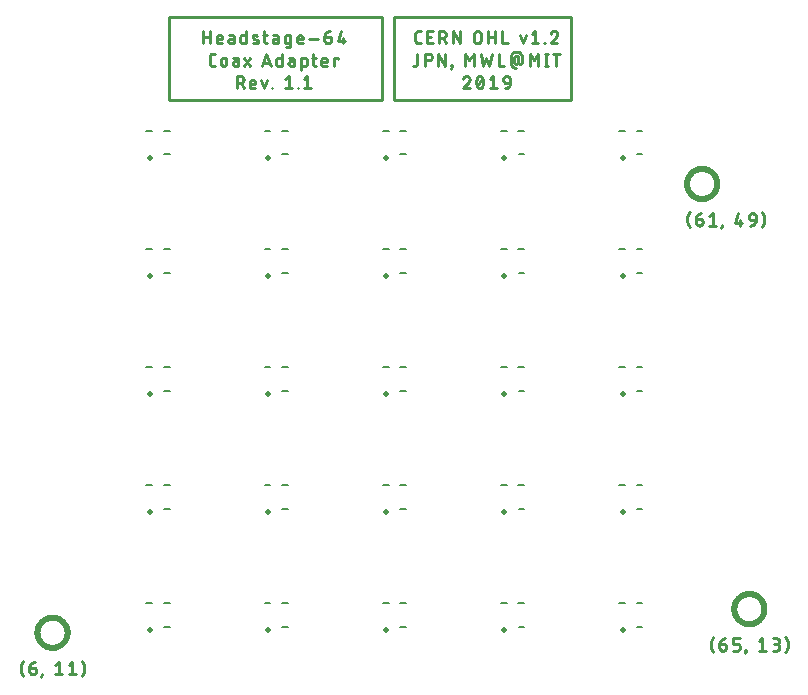
<source format=gto>
G75*
%MOIN*%
%OFA0B0*%
%FSLAX25Y25*%
%IPPOS*%
%LPD*%
%AMOC8*
5,1,8,0,0,1.08239X$1,22.5*
%
%ADD10C,0.00900*%
%ADD11C,0.01000*%
%ADD12C,0.01969*%
%ADD13C,0.00500*%
%ADD14C,0.01969*%
D10*
X0020917Y0029535D02*
X0021258Y0030446D01*
X0021258Y0030674D01*
X0021031Y0030674D01*
X0021031Y0030446D01*
X0021258Y0030446D01*
X0019161Y0031585D02*
X0019161Y0031813D01*
X0019159Y0031873D01*
X0019153Y0031932D01*
X0019143Y0031991D01*
X0019130Y0032049D01*
X0019113Y0032106D01*
X0019092Y0032162D01*
X0019067Y0032216D01*
X0019039Y0032269D01*
X0019007Y0032319D01*
X0018973Y0032368D01*
X0018935Y0032414D01*
X0018894Y0032457D01*
X0018851Y0032498D01*
X0018805Y0032536D01*
X0018756Y0032570D01*
X0018706Y0032602D01*
X0018653Y0032630D01*
X0018599Y0032655D01*
X0018543Y0032676D01*
X0018486Y0032693D01*
X0018428Y0032706D01*
X0018369Y0032716D01*
X0018310Y0032722D01*
X0018250Y0032724D01*
X0016883Y0032724D01*
X0016883Y0031585D01*
X0016885Y0031519D01*
X0016891Y0031453D01*
X0016900Y0031387D01*
X0016914Y0031322D01*
X0016931Y0031258D01*
X0016952Y0031195D01*
X0016976Y0031134D01*
X0017004Y0031074D01*
X0017036Y0031016D01*
X0017070Y0030959D01*
X0017108Y0030905D01*
X0017149Y0030853D01*
X0017194Y0030803D01*
X0017240Y0030757D01*
X0017290Y0030712D01*
X0017342Y0030671D01*
X0017396Y0030633D01*
X0017452Y0030599D01*
X0017511Y0030567D01*
X0017571Y0030539D01*
X0017632Y0030515D01*
X0017695Y0030494D01*
X0017759Y0030477D01*
X0017824Y0030463D01*
X0017890Y0030454D01*
X0017956Y0030448D01*
X0018022Y0030446D01*
X0018088Y0030448D01*
X0018154Y0030454D01*
X0018220Y0030463D01*
X0018285Y0030477D01*
X0018349Y0030494D01*
X0018412Y0030515D01*
X0018473Y0030539D01*
X0018533Y0030567D01*
X0018592Y0030599D01*
X0018648Y0030633D01*
X0018702Y0030671D01*
X0018754Y0030712D01*
X0018804Y0030757D01*
X0018850Y0030803D01*
X0018895Y0030853D01*
X0018936Y0030905D01*
X0018974Y0030959D01*
X0019008Y0031016D01*
X0019040Y0031074D01*
X0019068Y0031134D01*
X0019092Y0031195D01*
X0019113Y0031258D01*
X0019130Y0031322D01*
X0019144Y0031387D01*
X0019153Y0031453D01*
X0019159Y0031519D01*
X0019161Y0031585D01*
X0016883Y0032724D02*
X0016885Y0032808D01*
X0016891Y0032892D01*
X0016900Y0032976D01*
X0016914Y0033059D01*
X0016931Y0033141D01*
X0016953Y0033223D01*
X0016977Y0033303D01*
X0017006Y0033382D01*
X0017038Y0033460D01*
X0017074Y0033536D01*
X0017113Y0033611D01*
X0017156Y0033683D01*
X0017202Y0033754D01*
X0017251Y0033822D01*
X0017303Y0033888D01*
X0017359Y0033951D01*
X0017417Y0034012D01*
X0017478Y0034070D01*
X0017541Y0034126D01*
X0017607Y0034178D01*
X0017675Y0034227D01*
X0017746Y0034273D01*
X0017818Y0034316D01*
X0017893Y0034355D01*
X0017969Y0034391D01*
X0018047Y0034423D01*
X0018126Y0034452D01*
X0018206Y0034476D01*
X0018288Y0034498D01*
X0018370Y0034515D01*
X0018453Y0034529D01*
X0018537Y0034538D01*
X0018621Y0034544D01*
X0018705Y0034546D01*
X0013985Y0032496D02*
X0013987Y0032372D01*
X0013993Y0032249D01*
X0014003Y0032125D01*
X0014016Y0032003D01*
X0014034Y0031880D01*
X0014055Y0031758D01*
X0014081Y0031637D01*
X0014110Y0031517D01*
X0014143Y0031398D01*
X0014179Y0031280D01*
X0014220Y0031163D01*
X0014264Y0031047D01*
X0014312Y0030933D01*
X0014363Y0030821D01*
X0014418Y0030710D01*
X0014476Y0030601D01*
X0014538Y0030494D01*
X0014603Y0030389D01*
X0014672Y0030286D01*
X0014743Y0030185D01*
X0014818Y0030086D01*
X0014896Y0029990D01*
X0013985Y0032496D02*
X0013987Y0032620D01*
X0013993Y0032743D01*
X0014003Y0032867D01*
X0014016Y0032989D01*
X0014034Y0033112D01*
X0014055Y0033234D01*
X0014081Y0033355D01*
X0014110Y0033475D01*
X0014143Y0033594D01*
X0014179Y0033712D01*
X0014220Y0033829D01*
X0014264Y0033945D01*
X0014312Y0034059D01*
X0014363Y0034171D01*
X0014418Y0034282D01*
X0014476Y0034391D01*
X0014538Y0034498D01*
X0014603Y0034603D01*
X0014672Y0034706D01*
X0014743Y0034807D01*
X0014818Y0034906D01*
X0014896Y0035002D01*
X0025583Y0033635D02*
X0026722Y0034546D01*
X0026722Y0030446D01*
X0025583Y0030446D02*
X0027861Y0030446D01*
X0030083Y0030446D02*
X0032361Y0030446D01*
X0031222Y0030446D02*
X0031222Y0034546D01*
X0030083Y0033635D01*
X0035259Y0032496D02*
X0035257Y0032372D01*
X0035251Y0032249D01*
X0035241Y0032126D01*
X0035228Y0032003D01*
X0035210Y0031880D01*
X0035189Y0031758D01*
X0035163Y0031637D01*
X0035134Y0031517D01*
X0035101Y0031398D01*
X0035065Y0031280D01*
X0035024Y0031163D01*
X0034980Y0031047D01*
X0034932Y0030933D01*
X0034881Y0030821D01*
X0034826Y0030710D01*
X0034768Y0030601D01*
X0034706Y0030494D01*
X0034641Y0030389D01*
X0034572Y0030286D01*
X0034501Y0030185D01*
X0034426Y0030086D01*
X0034348Y0029990D01*
X0035259Y0032496D02*
X0035257Y0032620D01*
X0035251Y0032743D01*
X0035241Y0032867D01*
X0035228Y0032989D01*
X0035210Y0033112D01*
X0035189Y0033234D01*
X0035163Y0033355D01*
X0035134Y0033475D01*
X0035101Y0033594D01*
X0035065Y0033712D01*
X0035024Y0033829D01*
X0034980Y0033945D01*
X0034932Y0034059D01*
X0034881Y0034171D01*
X0034826Y0034282D01*
X0034768Y0034391D01*
X0034706Y0034498D01*
X0034641Y0034603D01*
X0034572Y0034706D01*
X0034501Y0034807D01*
X0034426Y0034906D01*
X0034348Y0035002D01*
X0086021Y0225775D02*
X0086021Y0229875D01*
X0087159Y0229875D01*
X0087225Y0229873D01*
X0087291Y0229867D01*
X0087357Y0229858D01*
X0087422Y0229844D01*
X0087486Y0229827D01*
X0087549Y0229806D01*
X0087610Y0229782D01*
X0087670Y0229754D01*
X0087728Y0229722D01*
X0087785Y0229688D01*
X0087839Y0229650D01*
X0087891Y0229609D01*
X0087941Y0229564D01*
X0087987Y0229518D01*
X0088032Y0229468D01*
X0088073Y0229416D01*
X0088111Y0229362D01*
X0088145Y0229306D01*
X0088177Y0229247D01*
X0088205Y0229187D01*
X0088229Y0229126D01*
X0088250Y0229063D01*
X0088267Y0228999D01*
X0088281Y0228934D01*
X0088290Y0228868D01*
X0088296Y0228802D01*
X0088298Y0228736D01*
X0088296Y0228670D01*
X0088290Y0228604D01*
X0088281Y0228538D01*
X0088267Y0228473D01*
X0088250Y0228409D01*
X0088229Y0228346D01*
X0088205Y0228285D01*
X0088177Y0228225D01*
X0088145Y0228167D01*
X0088111Y0228110D01*
X0088073Y0228056D01*
X0088032Y0228004D01*
X0087987Y0227954D01*
X0087941Y0227908D01*
X0087891Y0227863D01*
X0087839Y0227822D01*
X0087785Y0227784D01*
X0087729Y0227750D01*
X0087670Y0227718D01*
X0087610Y0227690D01*
X0087549Y0227666D01*
X0087486Y0227645D01*
X0087422Y0227628D01*
X0087357Y0227614D01*
X0087291Y0227605D01*
X0087225Y0227599D01*
X0087159Y0227597D01*
X0086021Y0227597D01*
X0087387Y0227597D02*
X0088298Y0225775D01*
X0090401Y0226458D02*
X0090401Y0227597D01*
X0090401Y0227141D02*
X0092223Y0227141D01*
X0092223Y0227597D01*
X0092221Y0227657D01*
X0092215Y0227716D01*
X0092205Y0227775D01*
X0092192Y0227833D01*
X0092175Y0227890D01*
X0092154Y0227946D01*
X0092129Y0228000D01*
X0092101Y0228053D01*
X0092069Y0228103D01*
X0092035Y0228152D01*
X0091997Y0228198D01*
X0091956Y0228241D01*
X0091913Y0228282D01*
X0091867Y0228320D01*
X0091818Y0228354D01*
X0091768Y0228386D01*
X0091715Y0228414D01*
X0091661Y0228439D01*
X0091605Y0228460D01*
X0091548Y0228477D01*
X0091490Y0228490D01*
X0091431Y0228500D01*
X0091372Y0228506D01*
X0091312Y0228508D01*
X0091252Y0228506D01*
X0091193Y0228500D01*
X0091134Y0228490D01*
X0091076Y0228477D01*
X0091019Y0228460D01*
X0090963Y0228439D01*
X0090909Y0228414D01*
X0090857Y0228386D01*
X0090806Y0228354D01*
X0090757Y0228320D01*
X0090711Y0228282D01*
X0090668Y0228241D01*
X0090627Y0228198D01*
X0090589Y0228152D01*
X0090555Y0228103D01*
X0090523Y0228053D01*
X0090495Y0228000D01*
X0090470Y0227946D01*
X0090449Y0227890D01*
X0090432Y0227833D01*
X0090419Y0227775D01*
X0090409Y0227716D01*
X0090403Y0227657D01*
X0090401Y0227597D01*
X0090402Y0226458D02*
X0090404Y0226407D01*
X0090410Y0226356D01*
X0090419Y0226306D01*
X0090432Y0226257D01*
X0090449Y0226208D01*
X0090470Y0226162D01*
X0090494Y0226117D01*
X0090521Y0226073D01*
X0090551Y0226032D01*
X0090584Y0225993D01*
X0090620Y0225957D01*
X0090659Y0225924D01*
X0090700Y0225894D01*
X0090744Y0225867D01*
X0090789Y0225843D01*
X0090835Y0225822D01*
X0090884Y0225805D01*
X0090933Y0225792D01*
X0090983Y0225783D01*
X0091034Y0225777D01*
X0091085Y0225775D01*
X0092223Y0225775D01*
X0095062Y0225775D02*
X0094151Y0228508D01*
X0095973Y0228508D02*
X0095062Y0225775D01*
X0097648Y0225775D02*
X0097876Y0225775D01*
X0097876Y0226003D01*
X0097648Y0226003D01*
X0097648Y0225775D01*
X0102173Y0225775D02*
X0104451Y0225775D01*
X0103312Y0225775D02*
X0103312Y0229875D01*
X0102173Y0228964D01*
X0101015Y0233275D02*
X0099876Y0233275D01*
X0099825Y0233277D01*
X0099774Y0233283D01*
X0099724Y0233292D01*
X0099675Y0233305D01*
X0099626Y0233322D01*
X0099580Y0233343D01*
X0099535Y0233367D01*
X0099491Y0233394D01*
X0099450Y0233424D01*
X0099411Y0233457D01*
X0099375Y0233493D01*
X0099342Y0233532D01*
X0099312Y0233573D01*
X0099285Y0233617D01*
X0099261Y0233662D01*
X0099240Y0233708D01*
X0099223Y0233757D01*
X0099210Y0233806D01*
X0099201Y0233856D01*
X0099195Y0233907D01*
X0099193Y0233958D01*
X0099193Y0235325D01*
X0099195Y0235376D01*
X0099201Y0235427D01*
X0099210Y0235477D01*
X0099223Y0235526D01*
X0099240Y0235575D01*
X0099261Y0235621D01*
X0099285Y0235667D01*
X0099312Y0235710D01*
X0099342Y0235751D01*
X0099375Y0235790D01*
X0099411Y0235826D01*
X0099450Y0235859D01*
X0099491Y0235889D01*
X0099535Y0235916D01*
X0099580Y0235940D01*
X0099626Y0235961D01*
X0099675Y0235978D01*
X0099724Y0235991D01*
X0099774Y0236000D01*
X0099825Y0236006D01*
X0099876Y0236008D01*
X0101015Y0236008D01*
X0101015Y0237375D02*
X0101015Y0233275D01*
X0103471Y0236008D02*
X0104382Y0236008D01*
X0104433Y0236006D01*
X0104484Y0236000D01*
X0104534Y0235991D01*
X0104583Y0235978D01*
X0104632Y0235961D01*
X0104678Y0235940D01*
X0104723Y0235916D01*
X0104767Y0235889D01*
X0104808Y0235859D01*
X0104847Y0235826D01*
X0104883Y0235790D01*
X0104916Y0235751D01*
X0104946Y0235710D01*
X0104973Y0235667D01*
X0104997Y0235621D01*
X0105018Y0235575D01*
X0105035Y0235526D01*
X0105048Y0235477D01*
X0105057Y0235427D01*
X0105063Y0235376D01*
X0105065Y0235325D01*
X0105065Y0233275D01*
X0104040Y0233275D01*
X0103984Y0233277D01*
X0103929Y0233283D01*
X0103874Y0233292D01*
X0103820Y0233306D01*
X0103767Y0233323D01*
X0103716Y0233344D01*
X0103666Y0233368D01*
X0103618Y0233396D01*
X0103572Y0233427D01*
X0103528Y0233461D01*
X0103486Y0233499D01*
X0103448Y0233539D01*
X0103412Y0233581D01*
X0103379Y0233626D01*
X0103350Y0233674D01*
X0103324Y0233723D01*
X0103301Y0233773D01*
X0103282Y0233826D01*
X0103267Y0233879D01*
X0103255Y0233934D01*
X0103247Y0233989D01*
X0103243Y0234044D01*
X0103243Y0234100D01*
X0103247Y0234155D01*
X0103255Y0234210D01*
X0103267Y0234265D01*
X0103282Y0234318D01*
X0103301Y0234371D01*
X0103324Y0234421D01*
X0103350Y0234471D01*
X0103379Y0234518D01*
X0103412Y0234563D01*
X0103448Y0234605D01*
X0103486Y0234645D01*
X0103528Y0234683D01*
X0103572Y0234717D01*
X0103618Y0234748D01*
X0103666Y0234776D01*
X0103716Y0234800D01*
X0103767Y0234821D01*
X0103820Y0234838D01*
X0103874Y0234852D01*
X0103929Y0234861D01*
X0103984Y0234867D01*
X0104040Y0234869D01*
X0105065Y0234869D01*
X0107518Y0236008D02*
X0107518Y0231908D01*
X0107518Y0233275D02*
X0108657Y0233275D01*
X0108708Y0233277D01*
X0108759Y0233283D01*
X0108809Y0233292D01*
X0108858Y0233305D01*
X0108907Y0233322D01*
X0108953Y0233343D01*
X0108998Y0233367D01*
X0109042Y0233394D01*
X0109083Y0233424D01*
X0109122Y0233457D01*
X0109158Y0233493D01*
X0109191Y0233532D01*
X0109221Y0233573D01*
X0109248Y0233616D01*
X0109272Y0233662D01*
X0109293Y0233708D01*
X0109310Y0233757D01*
X0109323Y0233806D01*
X0109332Y0233856D01*
X0109338Y0233907D01*
X0109340Y0233958D01*
X0109341Y0233958D02*
X0109341Y0235325D01*
X0109340Y0235325D02*
X0109338Y0235376D01*
X0109332Y0235427D01*
X0109323Y0235477D01*
X0109310Y0235526D01*
X0109293Y0235575D01*
X0109272Y0235621D01*
X0109248Y0235667D01*
X0109221Y0235710D01*
X0109191Y0235751D01*
X0109158Y0235790D01*
X0109122Y0235826D01*
X0109083Y0235859D01*
X0109042Y0235889D01*
X0108998Y0235916D01*
X0108953Y0235940D01*
X0108907Y0235961D01*
X0108858Y0235978D01*
X0108809Y0235991D01*
X0108759Y0236000D01*
X0108708Y0236006D01*
X0108657Y0236008D01*
X0107518Y0236008D01*
X0110949Y0236008D02*
X0112316Y0236008D01*
X0111405Y0237375D02*
X0111405Y0233958D01*
X0111407Y0233907D01*
X0111413Y0233856D01*
X0111422Y0233806D01*
X0111435Y0233757D01*
X0111452Y0233708D01*
X0111473Y0233662D01*
X0111497Y0233617D01*
X0111524Y0233573D01*
X0111554Y0233532D01*
X0111587Y0233493D01*
X0111623Y0233457D01*
X0111662Y0233424D01*
X0111703Y0233394D01*
X0111747Y0233367D01*
X0111792Y0233343D01*
X0111838Y0233322D01*
X0111887Y0233305D01*
X0111936Y0233292D01*
X0111986Y0233283D01*
X0112037Y0233277D01*
X0112088Y0233275D01*
X0112316Y0233275D01*
X0114231Y0233958D02*
X0114231Y0235097D01*
X0114231Y0234641D02*
X0116053Y0234641D01*
X0116053Y0235097D01*
X0116051Y0235157D01*
X0116045Y0235216D01*
X0116035Y0235275D01*
X0116022Y0235333D01*
X0116005Y0235390D01*
X0115984Y0235446D01*
X0115959Y0235500D01*
X0115931Y0235553D01*
X0115899Y0235603D01*
X0115865Y0235652D01*
X0115827Y0235698D01*
X0115786Y0235741D01*
X0115743Y0235782D01*
X0115697Y0235820D01*
X0115648Y0235854D01*
X0115598Y0235886D01*
X0115545Y0235914D01*
X0115491Y0235939D01*
X0115435Y0235960D01*
X0115378Y0235977D01*
X0115320Y0235990D01*
X0115261Y0236000D01*
X0115202Y0236006D01*
X0115142Y0236008D01*
X0115082Y0236006D01*
X0115023Y0236000D01*
X0114964Y0235990D01*
X0114906Y0235977D01*
X0114849Y0235960D01*
X0114793Y0235939D01*
X0114739Y0235914D01*
X0114687Y0235886D01*
X0114636Y0235854D01*
X0114587Y0235820D01*
X0114541Y0235782D01*
X0114498Y0235741D01*
X0114457Y0235698D01*
X0114419Y0235652D01*
X0114385Y0235603D01*
X0114353Y0235553D01*
X0114325Y0235500D01*
X0114300Y0235446D01*
X0114279Y0235390D01*
X0114262Y0235333D01*
X0114249Y0235275D01*
X0114239Y0235216D01*
X0114233Y0235157D01*
X0114231Y0235097D01*
X0114231Y0233958D02*
X0114233Y0233907D01*
X0114239Y0233856D01*
X0114248Y0233806D01*
X0114261Y0233757D01*
X0114278Y0233708D01*
X0114299Y0233662D01*
X0114323Y0233617D01*
X0114350Y0233573D01*
X0114380Y0233532D01*
X0114413Y0233493D01*
X0114449Y0233457D01*
X0114488Y0233424D01*
X0114529Y0233394D01*
X0114573Y0233367D01*
X0114618Y0233343D01*
X0114664Y0233322D01*
X0114713Y0233305D01*
X0114762Y0233292D01*
X0114812Y0233283D01*
X0114863Y0233277D01*
X0114914Y0233275D01*
X0116053Y0233275D01*
X0118323Y0233275D02*
X0118323Y0236008D01*
X0119690Y0236008D01*
X0119690Y0235553D01*
X0121341Y0240775D02*
X0121341Y0242597D01*
X0122025Y0241686D02*
X0119747Y0241686D01*
X0120658Y0244875D01*
X0117069Y0244875D02*
X0116985Y0244873D01*
X0116901Y0244867D01*
X0116817Y0244858D01*
X0116734Y0244844D01*
X0116652Y0244827D01*
X0116570Y0244805D01*
X0116490Y0244781D01*
X0116411Y0244752D01*
X0116333Y0244720D01*
X0116257Y0244684D01*
X0116182Y0244645D01*
X0116110Y0244602D01*
X0116039Y0244556D01*
X0115971Y0244507D01*
X0115905Y0244455D01*
X0115842Y0244399D01*
X0115781Y0244341D01*
X0115723Y0244280D01*
X0115667Y0244217D01*
X0115615Y0244151D01*
X0115566Y0244083D01*
X0115520Y0244012D01*
X0115477Y0243940D01*
X0115438Y0243865D01*
X0115402Y0243789D01*
X0115370Y0243711D01*
X0115341Y0243632D01*
X0115317Y0243552D01*
X0115295Y0243470D01*
X0115278Y0243388D01*
X0115264Y0243305D01*
X0115255Y0243221D01*
X0115249Y0243137D01*
X0115247Y0243053D01*
X0115247Y0241914D01*
X0115247Y0243053D02*
X0116614Y0243053D01*
X0116614Y0243052D02*
X0116674Y0243050D01*
X0116733Y0243044D01*
X0116792Y0243034D01*
X0116850Y0243021D01*
X0116907Y0243004D01*
X0116963Y0242983D01*
X0117017Y0242958D01*
X0117070Y0242930D01*
X0117120Y0242898D01*
X0117169Y0242864D01*
X0117215Y0242826D01*
X0117258Y0242785D01*
X0117299Y0242742D01*
X0117337Y0242696D01*
X0117371Y0242647D01*
X0117403Y0242597D01*
X0117431Y0242544D01*
X0117456Y0242490D01*
X0117477Y0242434D01*
X0117494Y0242377D01*
X0117507Y0242319D01*
X0117517Y0242260D01*
X0117523Y0242201D01*
X0117525Y0242141D01*
X0117525Y0241914D01*
X0117523Y0241848D01*
X0117517Y0241782D01*
X0117508Y0241716D01*
X0117494Y0241651D01*
X0117477Y0241587D01*
X0117456Y0241524D01*
X0117432Y0241463D01*
X0117404Y0241403D01*
X0117372Y0241345D01*
X0117338Y0241288D01*
X0117300Y0241234D01*
X0117259Y0241182D01*
X0117214Y0241132D01*
X0117168Y0241086D01*
X0117118Y0241041D01*
X0117066Y0241000D01*
X0117012Y0240962D01*
X0116956Y0240928D01*
X0116897Y0240896D01*
X0116837Y0240868D01*
X0116776Y0240844D01*
X0116713Y0240823D01*
X0116649Y0240806D01*
X0116584Y0240792D01*
X0116518Y0240783D01*
X0116452Y0240777D01*
X0116386Y0240775D01*
X0116320Y0240777D01*
X0116254Y0240783D01*
X0116188Y0240792D01*
X0116123Y0240806D01*
X0116059Y0240823D01*
X0115996Y0240844D01*
X0115935Y0240868D01*
X0115875Y0240896D01*
X0115817Y0240928D01*
X0115760Y0240962D01*
X0115706Y0241000D01*
X0115654Y0241041D01*
X0115604Y0241086D01*
X0115558Y0241132D01*
X0115513Y0241182D01*
X0115472Y0241234D01*
X0115434Y0241288D01*
X0115400Y0241345D01*
X0115368Y0241403D01*
X0115340Y0241463D01*
X0115316Y0241524D01*
X0115295Y0241587D01*
X0115278Y0241651D01*
X0115264Y0241716D01*
X0115255Y0241782D01*
X0115249Y0241848D01*
X0115247Y0241914D01*
X0112952Y0242369D02*
X0110219Y0242369D01*
X0107997Y0242141D02*
X0106175Y0242141D01*
X0106175Y0242597D02*
X0106175Y0241458D01*
X0106177Y0241407D01*
X0106183Y0241356D01*
X0106192Y0241306D01*
X0106205Y0241257D01*
X0106222Y0241208D01*
X0106243Y0241162D01*
X0106267Y0241117D01*
X0106294Y0241073D01*
X0106324Y0241032D01*
X0106357Y0240993D01*
X0106393Y0240957D01*
X0106432Y0240924D01*
X0106473Y0240894D01*
X0106517Y0240867D01*
X0106562Y0240843D01*
X0106608Y0240822D01*
X0106657Y0240805D01*
X0106706Y0240792D01*
X0106756Y0240783D01*
X0106807Y0240777D01*
X0106858Y0240775D01*
X0107997Y0240775D01*
X0107997Y0242141D02*
X0107997Y0242597D01*
X0107995Y0242657D01*
X0107989Y0242716D01*
X0107979Y0242775D01*
X0107966Y0242833D01*
X0107949Y0242890D01*
X0107928Y0242946D01*
X0107903Y0243000D01*
X0107875Y0243053D01*
X0107843Y0243103D01*
X0107809Y0243152D01*
X0107771Y0243198D01*
X0107730Y0243241D01*
X0107687Y0243282D01*
X0107641Y0243320D01*
X0107592Y0243354D01*
X0107542Y0243386D01*
X0107489Y0243414D01*
X0107435Y0243439D01*
X0107379Y0243460D01*
X0107322Y0243477D01*
X0107264Y0243490D01*
X0107205Y0243500D01*
X0107146Y0243506D01*
X0107086Y0243508D01*
X0107026Y0243506D01*
X0106967Y0243500D01*
X0106908Y0243490D01*
X0106850Y0243477D01*
X0106793Y0243460D01*
X0106737Y0243439D01*
X0106683Y0243414D01*
X0106631Y0243386D01*
X0106580Y0243354D01*
X0106531Y0243320D01*
X0106485Y0243282D01*
X0106442Y0243241D01*
X0106401Y0243198D01*
X0106363Y0243152D01*
X0106329Y0243103D01*
X0106297Y0243053D01*
X0106269Y0243000D01*
X0106244Y0242946D01*
X0106223Y0242890D01*
X0106206Y0242833D01*
X0106193Y0242775D01*
X0106183Y0242716D01*
X0106177Y0242657D01*
X0106175Y0242597D01*
X0103909Y0243508D02*
X0103909Y0240091D01*
X0103907Y0240040D01*
X0103901Y0239989D01*
X0103892Y0239939D01*
X0103879Y0239890D01*
X0103862Y0239841D01*
X0103841Y0239795D01*
X0103817Y0239749D01*
X0103790Y0239706D01*
X0103760Y0239665D01*
X0103727Y0239626D01*
X0103691Y0239590D01*
X0103652Y0239557D01*
X0103611Y0239527D01*
X0103567Y0239500D01*
X0103522Y0239476D01*
X0103476Y0239455D01*
X0103427Y0239438D01*
X0103378Y0239425D01*
X0103328Y0239416D01*
X0103277Y0239410D01*
X0103226Y0239408D01*
X0102315Y0239408D01*
X0102770Y0240775D02*
X0103909Y0240775D01*
X0102770Y0240775D02*
X0102719Y0240777D01*
X0102668Y0240783D01*
X0102618Y0240792D01*
X0102569Y0240805D01*
X0102520Y0240822D01*
X0102474Y0240843D01*
X0102429Y0240867D01*
X0102385Y0240894D01*
X0102344Y0240924D01*
X0102305Y0240957D01*
X0102269Y0240993D01*
X0102236Y0241032D01*
X0102206Y0241073D01*
X0102179Y0241117D01*
X0102155Y0241162D01*
X0102134Y0241208D01*
X0102117Y0241257D01*
X0102104Y0241306D01*
X0102095Y0241356D01*
X0102089Y0241407D01*
X0102087Y0241458D01*
X0102087Y0242825D01*
X0102089Y0242876D01*
X0102095Y0242927D01*
X0102104Y0242977D01*
X0102117Y0243026D01*
X0102134Y0243075D01*
X0102155Y0243121D01*
X0102179Y0243167D01*
X0102206Y0243210D01*
X0102236Y0243251D01*
X0102269Y0243290D01*
X0102305Y0243326D01*
X0102344Y0243359D01*
X0102385Y0243389D01*
X0102429Y0243416D01*
X0102474Y0243440D01*
X0102520Y0243461D01*
X0102569Y0243478D01*
X0102618Y0243491D01*
X0102668Y0243500D01*
X0102719Y0243506D01*
X0102770Y0243508D01*
X0103909Y0243508D01*
X0099859Y0242825D02*
X0099859Y0240775D01*
X0098834Y0240775D01*
X0098778Y0240777D01*
X0098723Y0240783D01*
X0098668Y0240792D01*
X0098614Y0240806D01*
X0098561Y0240823D01*
X0098510Y0240844D01*
X0098460Y0240868D01*
X0098412Y0240896D01*
X0098366Y0240927D01*
X0098322Y0240961D01*
X0098280Y0240999D01*
X0098242Y0241039D01*
X0098206Y0241081D01*
X0098173Y0241126D01*
X0098144Y0241174D01*
X0098118Y0241223D01*
X0098095Y0241273D01*
X0098076Y0241326D01*
X0098061Y0241379D01*
X0098049Y0241434D01*
X0098041Y0241489D01*
X0098037Y0241544D01*
X0098037Y0241600D01*
X0098041Y0241655D01*
X0098049Y0241710D01*
X0098061Y0241765D01*
X0098076Y0241818D01*
X0098095Y0241871D01*
X0098118Y0241921D01*
X0098144Y0241971D01*
X0098173Y0242018D01*
X0098206Y0242063D01*
X0098242Y0242105D01*
X0098280Y0242145D01*
X0098322Y0242183D01*
X0098366Y0242217D01*
X0098412Y0242248D01*
X0098460Y0242276D01*
X0098510Y0242300D01*
X0098561Y0242321D01*
X0098614Y0242338D01*
X0098668Y0242352D01*
X0098723Y0242361D01*
X0098778Y0242367D01*
X0098834Y0242369D01*
X0099859Y0242369D01*
X0099859Y0242825D02*
X0099857Y0242876D01*
X0099851Y0242927D01*
X0099842Y0242977D01*
X0099829Y0243026D01*
X0099812Y0243075D01*
X0099791Y0243121D01*
X0099767Y0243167D01*
X0099740Y0243210D01*
X0099710Y0243251D01*
X0099677Y0243290D01*
X0099641Y0243326D01*
X0099602Y0243359D01*
X0099561Y0243389D01*
X0099517Y0243416D01*
X0099472Y0243440D01*
X0099426Y0243461D01*
X0099377Y0243478D01*
X0099328Y0243491D01*
X0099278Y0243500D01*
X0099227Y0243506D01*
X0099176Y0243508D01*
X0098265Y0243508D01*
X0096160Y0243508D02*
X0094793Y0243508D01*
X0095249Y0244875D02*
X0095249Y0241458D01*
X0095251Y0241407D01*
X0095257Y0241356D01*
X0095266Y0241306D01*
X0095279Y0241257D01*
X0095296Y0241208D01*
X0095317Y0241162D01*
X0095341Y0241117D01*
X0095368Y0241073D01*
X0095398Y0241032D01*
X0095431Y0240993D01*
X0095467Y0240957D01*
X0095506Y0240924D01*
X0095547Y0240894D01*
X0095591Y0240867D01*
X0095636Y0240843D01*
X0095682Y0240822D01*
X0095731Y0240805D01*
X0095780Y0240792D01*
X0095830Y0240783D01*
X0095881Y0240777D01*
X0095932Y0240775D01*
X0096160Y0240775D01*
X0095942Y0237375D02*
X0097309Y0233275D01*
X0096967Y0234300D02*
X0094917Y0234300D01*
X0094575Y0233275D02*
X0095942Y0237375D01*
X0092578Y0240774D02*
X0092624Y0240775D01*
X0092671Y0240780D01*
X0092717Y0240789D01*
X0092762Y0240801D01*
X0092806Y0240817D01*
X0092849Y0240836D01*
X0092890Y0240858D01*
X0092929Y0240884D01*
X0092966Y0240913D01*
X0093001Y0240944D01*
X0093033Y0240979D01*
X0093062Y0241015D01*
X0093089Y0241054D01*
X0093112Y0241095D01*
X0093131Y0241137D01*
X0093148Y0241181D01*
X0093160Y0241226D01*
X0093170Y0241272D01*
X0093175Y0241319D01*
X0093177Y0241365D01*
X0093175Y0241412D01*
X0093170Y0241459D01*
X0093160Y0241505D01*
X0093147Y0241550D01*
X0093131Y0241594D01*
X0093111Y0241636D01*
X0093088Y0241677D01*
X0093062Y0241716D01*
X0093032Y0241752D01*
X0093000Y0241786D01*
X0092966Y0241818D01*
X0092929Y0241847D01*
X0092889Y0241872D01*
X0092848Y0241895D01*
X0092805Y0241914D01*
X0091666Y0242369D01*
X0091667Y0242369D02*
X0091624Y0242388D01*
X0091583Y0242411D01*
X0091543Y0242436D01*
X0091506Y0242465D01*
X0091472Y0242497D01*
X0091440Y0242531D01*
X0091410Y0242567D01*
X0091384Y0242606D01*
X0091361Y0242647D01*
X0091341Y0242689D01*
X0091325Y0242733D01*
X0091312Y0242778D01*
X0091302Y0242824D01*
X0091297Y0242871D01*
X0091295Y0242918D01*
X0091297Y0242964D01*
X0091302Y0243011D01*
X0091312Y0243057D01*
X0091324Y0243102D01*
X0091341Y0243146D01*
X0091360Y0243188D01*
X0091383Y0243229D01*
X0091410Y0243268D01*
X0091439Y0243304D01*
X0091471Y0243339D01*
X0091506Y0243370D01*
X0091543Y0243399D01*
X0091582Y0243425D01*
X0091623Y0243447D01*
X0091666Y0243466D01*
X0091710Y0243482D01*
X0091755Y0243494D01*
X0091801Y0243503D01*
X0091848Y0243508D01*
X0091894Y0243509D01*
X0091325Y0241003D02*
X0091435Y0240965D01*
X0091546Y0240931D01*
X0091658Y0240900D01*
X0091771Y0240872D01*
X0091885Y0240848D01*
X0091999Y0240827D01*
X0092114Y0240810D01*
X0092230Y0240796D01*
X0092346Y0240786D01*
X0092462Y0240779D01*
X0092578Y0240775D01*
X0092919Y0243281D02*
X0092831Y0243319D01*
X0092741Y0243353D01*
X0092650Y0243384D01*
X0092558Y0243412D01*
X0092465Y0243437D01*
X0092371Y0243457D01*
X0092277Y0243475D01*
X0092182Y0243489D01*
X0092086Y0243499D01*
X0091990Y0243506D01*
X0091894Y0243509D01*
X0089059Y0243508D02*
X0087920Y0243508D01*
X0087869Y0243506D01*
X0087818Y0243500D01*
X0087768Y0243491D01*
X0087719Y0243478D01*
X0087670Y0243461D01*
X0087624Y0243440D01*
X0087579Y0243416D01*
X0087535Y0243389D01*
X0087494Y0243359D01*
X0087455Y0243326D01*
X0087419Y0243290D01*
X0087386Y0243251D01*
X0087356Y0243210D01*
X0087329Y0243167D01*
X0087305Y0243121D01*
X0087284Y0243075D01*
X0087267Y0243026D01*
X0087254Y0242977D01*
X0087245Y0242927D01*
X0087239Y0242876D01*
X0087237Y0242825D01*
X0087237Y0241458D01*
X0087239Y0241407D01*
X0087245Y0241356D01*
X0087254Y0241306D01*
X0087267Y0241257D01*
X0087284Y0241208D01*
X0087305Y0241162D01*
X0087329Y0241117D01*
X0087356Y0241073D01*
X0087386Y0241032D01*
X0087419Y0240993D01*
X0087455Y0240957D01*
X0087494Y0240924D01*
X0087535Y0240894D01*
X0087579Y0240867D01*
X0087624Y0240843D01*
X0087670Y0240822D01*
X0087719Y0240805D01*
X0087768Y0240792D01*
X0087818Y0240783D01*
X0087869Y0240777D01*
X0087920Y0240775D01*
X0089059Y0240775D01*
X0089059Y0244875D01*
X0085009Y0242825D02*
X0085009Y0240775D01*
X0083984Y0240775D01*
X0083928Y0240777D01*
X0083873Y0240783D01*
X0083818Y0240792D01*
X0083764Y0240806D01*
X0083711Y0240823D01*
X0083660Y0240844D01*
X0083610Y0240868D01*
X0083562Y0240896D01*
X0083516Y0240927D01*
X0083472Y0240961D01*
X0083430Y0240999D01*
X0083392Y0241039D01*
X0083356Y0241081D01*
X0083323Y0241126D01*
X0083294Y0241174D01*
X0083268Y0241223D01*
X0083245Y0241273D01*
X0083226Y0241326D01*
X0083211Y0241379D01*
X0083199Y0241434D01*
X0083191Y0241489D01*
X0083187Y0241544D01*
X0083187Y0241600D01*
X0083191Y0241655D01*
X0083199Y0241710D01*
X0083211Y0241765D01*
X0083226Y0241818D01*
X0083245Y0241871D01*
X0083268Y0241921D01*
X0083294Y0241971D01*
X0083323Y0242018D01*
X0083356Y0242063D01*
X0083392Y0242105D01*
X0083430Y0242145D01*
X0083472Y0242183D01*
X0083516Y0242217D01*
X0083562Y0242248D01*
X0083610Y0242276D01*
X0083660Y0242300D01*
X0083711Y0242321D01*
X0083764Y0242338D01*
X0083818Y0242352D01*
X0083873Y0242361D01*
X0083928Y0242367D01*
X0083984Y0242369D01*
X0085009Y0242369D01*
X0085009Y0242825D02*
X0085007Y0242876D01*
X0085001Y0242927D01*
X0084992Y0242977D01*
X0084979Y0243026D01*
X0084962Y0243075D01*
X0084941Y0243121D01*
X0084917Y0243167D01*
X0084890Y0243210D01*
X0084860Y0243251D01*
X0084827Y0243290D01*
X0084791Y0243326D01*
X0084752Y0243359D01*
X0084711Y0243389D01*
X0084667Y0243416D01*
X0084622Y0243440D01*
X0084576Y0243461D01*
X0084527Y0243478D01*
X0084478Y0243491D01*
X0084428Y0243500D01*
X0084377Y0243506D01*
X0084326Y0243508D01*
X0083415Y0243508D01*
X0081147Y0242597D02*
X0081147Y0242141D01*
X0079325Y0242141D01*
X0079325Y0242597D02*
X0079325Y0241458D01*
X0079327Y0241407D01*
X0079333Y0241356D01*
X0079342Y0241306D01*
X0079355Y0241257D01*
X0079372Y0241208D01*
X0079393Y0241162D01*
X0079417Y0241117D01*
X0079444Y0241073D01*
X0079474Y0241032D01*
X0079507Y0240993D01*
X0079543Y0240957D01*
X0079582Y0240924D01*
X0079623Y0240894D01*
X0079667Y0240867D01*
X0079712Y0240843D01*
X0079758Y0240822D01*
X0079807Y0240805D01*
X0079856Y0240792D01*
X0079906Y0240783D01*
X0079957Y0240777D01*
X0080008Y0240775D01*
X0081147Y0240775D01*
X0081147Y0242597D02*
X0081145Y0242657D01*
X0081139Y0242716D01*
X0081129Y0242775D01*
X0081116Y0242833D01*
X0081099Y0242890D01*
X0081078Y0242946D01*
X0081053Y0243000D01*
X0081025Y0243053D01*
X0080993Y0243103D01*
X0080959Y0243152D01*
X0080921Y0243198D01*
X0080880Y0243241D01*
X0080837Y0243282D01*
X0080791Y0243320D01*
X0080742Y0243354D01*
X0080692Y0243386D01*
X0080639Y0243414D01*
X0080585Y0243439D01*
X0080529Y0243460D01*
X0080472Y0243477D01*
X0080414Y0243490D01*
X0080355Y0243500D01*
X0080296Y0243506D01*
X0080236Y0243508D01*
X0080176Y0243506D01*
X0080117Y0243500D01*
X0080058Y0243490D01*
X0080000Y0243477D01*
X0079943Y0243460D01*
X0079887Y0243439D01*
X0079833Y0243414D01*
X0079781Y0243386D01*
X0079730Y0243354D01*
X0079681Y0243320D01*
X0079635Y0243282D01*
X0079592Y0243241D01*
X0079551Y0243198D01*
X0079513Y0243152D01*
X0079479Y0243103D01*
X0079447Y0243053D01*
X0079419Y0243000D01*
X0079394Y0242946D01*
X0079373Y0242890D01*
X0079356Y0242833D01*
X0079343Y0242775D01*
X0079333Y0242716D01*
X0079327Y0242657D01*
X0079325Y0242597D01*
X0077025Y0243053D02*
X0074747Y0243053D01*
X0074747Y0244875D02*
X0074747Y0240775D01*
X0077025Y0240775D02*
X0077025Y0244875D01*
X0077993Y0237375D02*
X0078904Y0237375D01*
X0077993Y0237375D02*
X0077933Y0237373D01*
X0077874Y0237367D01*
X0077815Y0237357D01*
X0077757Y0237344D01*
X0077700Y0237327D01*
X0077644Y0237306D01*
X0077590Y0237281D01*
X0077537Y0237253D01*
X0077487Y0237221D01*
X0077438Y0237187D01*
X0077392Y0237149D01*
X0077349Y0237108D01*
X0077308Y0237065D01*
X0077270Y0237019D01*
X0077236Y0236970D01*
X0077204Y0236919D01*
X0077176Y0236867D01*
X0077151Y0236813D01*
X0077130Y0236757D01*
X0077113Y0236700D01*
X0077100Y0236642D01*
X0077090Y0236583D01*
X0077084Y0236524D01*
X0077082Y0236464D01*
X0077082Y0234186D01*
X0077084Y0234126D01*
X0077090Y0234067D01*
X0077100Y0234008D01*
X0077113Y0233950D01*
X0077130Y0233893D01*
X0077151Y0233837D01*
X0077176Y0233783D01*
X0077204Y0233731D01*
X0077236Y0233680D01*
X0077270Y0233631D01*
X0077308Y0233585D01*
X0077349Y0233542D01*
X0077392Y0233501D01*
X0077438Y0233463D01*
X0077487Y0233429D01*
X0077538Y0233397D01*
X0077590Y0233369D01*
X0077644Y0233344D01*
X0077700Y0233323D01*
X0077757Y0233306D01*
X0077815Y0233293D01*
X0077874Y0233283D01*
X0077933Y0233277D01*
X0077993Y0233275D01*
X0078904Y0233275D01*
X0080781Y0234186D02*
X0080781Y0235097D01*
X0080783Y0235157D01*
X0080789Y0235216D01*
X0080799Y0235275D01*
X0080812Y0235333D01*
X0080829Y0235390D01*
X0080850Y0235446D01*
X0080875Y0235500D01*
X0080903Y0235553D01*
X0080935Y0235603D01*
X0080969Y0235652D01*
X0081007Y0235698D01*
X0081048Y0235741D01*
X0081091Y0235782D01*
X0081137Y0235820D01*
X0081186Y0235854D01*
X0081237Y0235886D01*
X0081289Y0235914D01*
X0081343Y0235939D01*
X0081399Y0235960D01*
X0081456Y0235977D01*
X0081514Y0235990D01*
X0081573Y0236000D01*
X0081632Y0236006D01*
X0081692Y0236008D01*
X0081752Y0236006D01*
X0081811Y0236000D01*
X0081870Y0235990D01*
X0081928Y0235977D01*
X0081985Y0235960D01*
X0082041Y0235939D01*
X0082095Y0235914D01*
X0082148Y0235886D01*
X0082198Y0235854D01*
X0082247Y0235820D01*
X0082293Y0235782D01*
X0082336Y0235741D01*
X0082377Y0235698D01*
X0082415Y0235652D01*
X0082449Y0235603D01*
X0082481Y0235553D01*
X0082509Y0235500D01*
X0082534Y0235446D01*
X0082555Y0235390D01*
X0082572Y0235333D01*
X0082585Y0235275D01*
X0082595Y0235216D01*
X0082601Y0235157D01*
X0082603Y0235097D01*
X0082603Y0234186D01*
X0082601Y0234126D01*
X0082595Y0234067D01*
X0082585Y0234008D01*
X0082572Y0233950D01*
X0082555Y0233893D01*
X0082534Y0233837D01*
X0082509Y0233783D01*
X0082481Y0233731D01*
X0082449Y0233680D01*
X0082415Y0233631D01*
X0082377Y0233585D01*
X0082336Y0233542D01*
X0082293Y0233501D01*
X0082247Y0233463D01*
X0082198Y0233429D01*
X0082148Y0233397D01*
X0082095Y0233369D01*
X0082041Y0233344D01*
X0081985Y0233323D01*
X0081928Y0233306D01*
X0081870Y0233293D01*
X0081811Y0233283D01*
X0081752Y0233277D01*
X0081692Y0233275D01*
X0081632Y0233277D01*
X0081573Y0233283D01*
X0081514Y0233293D01*
X0081456Y0233306D01*
X0081399Y0233323D01*
X0081343Y0233344D01*
X0081289Y0233369D01*
X0081237Y0233397D01*
X0081186Y0233429D01*
X0081137Y0233463D01*
X0081091Y0233501D01*
X0081048Y0233542D01*
X0081007Y0233585D01*
X0080969Y0233631D01*
X0080935Y0233680D01*
X0080903Y0233731D01*
X0080875Y0233783D01*
X0080850Y0233837D01*
X0080829Y0233893D01*
X0080812Y0233950D01*
X0080799Y0234008D01*
X0080789Y0234067D01*
X0080783Y0234126D01*
X0080781Y0234186D01*
X0084871Y0236008D02*
X0085782Y0236008D01*
X0085833Y0236006D01*
X0085884Y0236000D01*
X0085934Y0235991D01*
X0085983Y0235978D01*
X0086032Y0235961D01*
X0086078Y0235940D01*
X0086123Y0235916D01*
X0086167Y0235889D01*
X0086208Y0235859D01*
X0086247Y0235826D01*
X0086283Y0235790D01*
X0086316Y0235751D01*
X0086346Y0235710D01*
X0086373Y0235667D01*
X0086397Y0235621D01*
X0086418Y0235575D01*
X0086435Y0235526D01*
X0086448Y0235477D01*
X0086457Y0235427D01*
X0086463Y0235376D01*
X0086465Y0235325D01*
X0086465Y0233275D01*
X0085440Y0233275D01*
X0085384Y0233277D01*
X0085329Y0233283D01*
X0085274Y0233292D01*
X0085220Y0233306D01*
X0085167Y0233323D01*
X0085116Y0233344D01*
X0085066Y0233368D01*
X0085018Y0233396D01*
X0084972Y0233427D01*
X0084928Y0233461D01*
X0084886Y0233499D01*
X0084848Y0233539D01*
X0084812Y0233581D01*
X0084779Y0233626D01*
X0084750Y0233674D01*
X0084724Y0233723D01*
X0084701Y0233773D01*
X0084682Y0233826D01*
X0084667Y0233879D01*
X0084655Y0233934D01*
X0084647Y0233989D01*
X0084643Y0234044D01*
X0084643Y0234100D01*
X0084647Y0234155D01*
X0084655Y0234210D01*
X0084667Y0234265D01*
X0084682Y0234318D01*
X0084701Y0234371D01*
X0084724Y0234421D01*
X0084750Y0234471D01*
X0084779Y0234518D01*
X0084812Y0234563D01*
X0084848Y0234605D01*
X0084886Y0234645D01*
X0084928Y0234683D01*
X0084972Y0234717D01*
X0085018Y0234748D01*
X0085066Y0234776D01*
X0085116Y0234800D01*
X0085167Y0234821D01*
X0085220Y0234838D01*
X0085274Y0234852D01*
X0085329Y0234861D01*
X0085384Y0234867D01*
X0085440Y0234869D01*
X0086465Y0234869D01*
X0088581Y0236008D02*
X0090403Y0233275D01*
X0088581Y0233275D02*
X0090403Y0236008D01*
X0106348Y0226003D02*
X0106576Y0226003D01*
X0106576Y0225775D01*
X0106348Y0225775D01*
X0106348Y0226003D01*
X0108473Y0225775D02*
X0110751Y0225775D01*
X0109612Y0225775D02*
X0109612Y0229875D01*
X0108473Y0228964D01*
X0144809Y0233275D02*
X0145264Y0233275D01*
X0145324Y0233277D01*
X0145383Y0233283D01*
X0145442Y0233293D01*
X0145500Y0233306D01*
X0145557Y0233323D01*
X0145613Y0233344D01*
X0145667Y0233369D01*
X0145720Y0233397D01*
X0145770Y0233429D01*
X0145819Y0233463D01*
X0145865Y0233501D01*
X0145908Y0233542D01*
X0145949Y0233585D01*
X0145987Y0233631D01*
X0146021Y0233680D01*
X0146053Y0233731D01*
X0146081Y0233783D01*
X0146106Y0233837D01*
X0146127Y0233893D01*
X0146144Y0233950D01*
X0146157Y0234008D01*
X0146167Y0234067D01*
X0146173Y0234126D01*
X0146175Y0234186D01*
X0146175Y0237375D01*
X0148776Y0237375D02*
X0149915Y0237375D01*
X0148776Y0237375D02*
X0148776Y0233275D01*
X0148776Y0235097D02*
X0149915Y0235097D01*
X0149981Y0235099D01*
X0150047Y0235105D01*
X0150113Y0235114D01*
X0150178Y0235128D01*
X0150242Y0235145D01*
X0150305Y0235166D01*
X0150366Y0235190D01*
X0150426Y0235218D01*
X0150485Y0235250D01*
X0150541Y0235284D01*
X0150595Y0235322D01*
X0150647Y0235363D01*
X0150697Y0235408D01*
X0150743Y0235454D01*
X0150788Y0235504D01*
X0150829Y0235556D01*
X0150867Y0235610D01*
X0150901Y0235667D01*
X0150933Y0235725D01*
X0150961Y0235785D01*
X0150985Y0235846D01*
X0151006Y0235909D01*
X0151023Y0235973D01*
X0151037Y0236038D01*
X0151046Y0236104D01*
X0151052Y0236170D01*
X0151054Y0236236D01*
X0151052Y0236302D01*
X0151046Y0236368D01*
X0151037Y0236434D01*
X0151023Y0236499D01*
X0151006Y0236563D01*
X0150985Y0236626D01*
X0150961Y0236687D01*
X0150933Y0236747D01*
X0150901Y0236806D01*
X0150867Y0236862D01*
X0150829Y0236916D01*
X0150788Y0236968D01*
X0150743Y0237018D01*
X0150697Y0237064D01*
X0150647Y0237109D01*
X0150595Y0237150D01*
X0150541Y0237188D01*
X0150485Y0237222D01*
X0150426Y0237254D01*
X0150366Y0237282D01*
X0150305Y0237306D01*
X0150242Y0237327D01*
X0150178Y0237344D01*
X0150113Y0237358D01*
X0150047Y0237367D01*
X0149981Y0237373D01*
X0149915Y0237375D01*
X0153168Y0237375D02*
X0155445Y0233275D01*
X0155445Y0237375D01*
X0153168Y0237375D02*
X0153168Y0233275D01*
X0157351Y0232364D02*
X0157693Y0233275D01*
X0157693Y0233503D01*
X0157465Y0233503D01*
X0157465Y0233275D01*
X0157693Y0233275D01*
X0162240Y0233275D02*
X0162240Y0237375D01*
X0163607Y0235097D01*
X0164973Y0237375D01*
X0164973Y0233275D01*
X0168245Y0233275D02*
X0169157Y0236008D01*
X0170068Y0233275D01*
X0170979Y0237375D01*
X0173282Y0237375D02*
X0173282Y0233275D01*
X0175104Y0233275D01*
X0177384Y0234300D02*
X0177384Y0236236D01*
X0178523Y0236008D02*
X0178523Y0234641D01*
X0177385Y0234300D02*
X0177387Y0234220D01*
X0177393Y0234140D01*
X0177402Y0234060D01*
X0177415Y0233980D01*
X0177432Y0233902D01*
X0177452Y0233824D01*
X0177477Y0233748D01*
X0177504Y0233672D01*
X0177535Y0233598D01*
X0177570Y0233526D01*
X0177608Y0233455D01*
X0177649Y0233386D01*
X0177694Y0233319D01*
X0177741Y0233254D01*
X0177792Y0233192D01*
X0177845Y0233132D01*
X0177902Y0233074D01*
X0177960Y0233020D01*
X0178022Y0232968D01*
X0178085Y0232919D01*
X0178151Y0232873D01*
X0178219Y0232830D01*
X0178289Y0232791D01*
X0178361Y0232754D01*
X0178434Y0232721D01*
X0178509Y0232692D01*
X0178585Y0232666D01*
X0178662Y0232644D01*
X0178741Y0232626D01*
X0178820Y0232611D01*
X0178899Y0232599D01*
X0178979Y0232592D01*
X0178524Y0234641D02*
X0178526Y0234590D01*
X0178532Y0234539D01*
X0178541Y0234489D01*
X0178554Y0234440D01*
X0178571Y0234391D01*
X0178592Y0234345D01*
X0178616Y0234300D01*
X0178643Y0234256D01*
X0178673Y0234215D01*
X0178706Y0234176D01*
X0178742Y0234140D01*
X0178781Y0234107D01*
X0178822Y0234077D01*
X0178866Y0234050D01*
X0178911Y0234026D01*
X0178957Y0234005D01*
X0179006Y0233988D01*
X0179055Y0233975D01*
X0179105Y0233966D01*
X0179156Y0233960D01*
X0179207Y0233958D01*
X0179258Y0233960D01*
X0179309Y0233966D01*
X0179359Y0233975D01*
X0179408Y0233988D01*
X0179457Y0234005D01*
X0179503Y0234026D01*
X0179549Y0234050D01*
X0179592Y0234077D01*
X0179633Y0234107D01*
X0179672Y0234140D01*
X0179708Y0234176D01*
X0179741Y0234215D01*
X0179771Y0234256D01*
X0179798Y0234300D01*
X0179822Y0234345D01*
X0179843Y0234391D01*
X0179860Y0234440D01*
X0179873Y0234489D01*
X0179882Y0234539D01*
X0179888Y0234590D01*
X0179890Y0234641D01*
X0179890Y0234528D02*
X0179890Y0236691D01*
X0179207Y0236691D01*
X0181029Y0236236D02*
X0181027Y0236320D01*
X0181021Y0236404D01*
X0181012Y0236488D01*
X0180998Y0236571D01*
X0180981Y0236653D01*
X0180959Y0236735D01*
X0180935Y0236815D01*
X0180906Y0236894D01*
X0180874Y0236972D01*
X0180838Y0237048D01*
X0180799Y0237123D01*
X0180756Y0237195D01*
X0180710Y0237266D01*
X0180661Y0237334D01*
X0180609Y0237400D01*
X0180553Y0237463D01*
X0180495Y0237524D01*
X0180434Y0237582D01*
X0180371Y0237638D01*
X0180305Y0237690D01*
X0180237Y0237739D01*
X0180166Y0237785D01*
X0180094Y0237828D01*
X0180019Y0237867D01*
X0179943Y0237903D01*
X0179865Y0237935D01*
X0179786Y0237964D01*
X0179706Y0237988D01*
X0179624Y0238010D01*
X0179542Y0238027D01*
X0179459Y0238041D01*
X0179375Y0238050D01*
X0179291Y0238056D01*
X0179207Y0238058D01*
X0179123Y0238056D01*
X0179039Y0238050D01*
X0178955Y0238041D01*
X0178872Y0238027D01*
X0178790Y0238010D01*
X0178708Y0237988D01*
X0178628Y0237964D01*
X0178549Y0237935D01*
X0178471Y0237903D01*
X0178395Y0237867D01*
X0178320Y0237828D01*
X0178248Y0237785D01*
X0178177Y0237739D01*
X0178109Y0237690D01*
X0178043Y0237638D01*
X0177980Y0237582D01*
X0177919Y0237524D01*
X0177861Y0237463D01*
X0177805Y0237400D01*
X0177753Y0237334D01*
X0177704Y0237266D01*
X0177658Y0237195D01*
X0177615Y0237123D01*
X0177576Y0237048D01*
X0177540Y0236972D01*
X0177508Y0236894D01*
X0177479Y0236815D01*
X0177455Y0236735D01*
X0177433Y0236653D01*
X0177416Y0236571D01*
X0177402Y0236488D01*
X0177393Y0236404D01*
X0177387Y0236320D01*
X0177385Y0236236D01*
X0178524Y0236008D02*
X0178526Y0236059D01*
X0178532Y0236110D01*
X0178541Y0236160D01*
X0178554Y0236209D01*
X0178571Y0236258D01*
X0178592Y0236304D01*
X0178616Y0236350D01*
X0178643Y0236393D01*
X0178673Y0236434D01*
X0178706Y0236473D01*
X0178742Y0236509D01*
X0178781Y0236542D01*
X0178822Y0236572D01*
X0178866Y0236599D01*
X0178911Y0236623D01*
X0178957Y0236644D01*
X0179006Y0236661D01*
X0179055Y0236674D01*
X0179105Y0236683D01*
X0179156Y0236689D01*
X0179207Y0236691D01*
X0181029Y0236236D02*
X0181029Y0234528D01*
X0181028Y0234528D02*
X0181026Y0234481D01*
X0181020Y0234434D01*
X0181011Y0234388D01*
X0180997Y0234343D01*
X0180980Y0234299D01*
X0180959Y0234257D01*
X0180935Y0234217D01*
X0180908Y0234179D01*
X0180878Y0234143D01*
X0180844Y0234109D01*
X0180808Y0234079D01*
X0180770Y0234052D01*
X0180730Y0234028D01*
X0180688Y0234007D01*
X0180644Y0233990D01*
X0180599Y0233976D01*
X0180553Y0233967D01*
X0180506Y0233961D01*
X0180459Y0233959D01*
X0180412Y0233961D01*
X0180365Y0233967D01*
X0180319Y0233976D01*
X0180274Y0233990D01*
X0180230Y0234007D01*
X0180188Y0234028D01*
X0180148Y0234052D01*
X0180110Y0234079D01*
X0180074Y0234109D01*
X0180040Y0234143D01*
X0180010Y0234179D01*
X0179983Y0234217D01*
X0179959Y0234257D01*
X0179938Y0234299D01*
X0179921Y0234343D01*
X0179907Y0234388D01*
X0179898Y0234434D01*
X0179892Y0234481D01*
X0179890Y0234528D01*
X0183840Y0233275D02*
X0183840Y0237375D01*
X0185207Y0235097D01*
X0186573Y0237375D01*
X0186573Y0233275D01*
X0188801Y0233275D02*
X0189712Y0233275D01*
X0189257Y0233275D02*
X0189257Y0237375D01*
X0189712Y0237375D02*
X0188801Y0237375D01*
X0191418Y0237375D02*
X0193695Y0237375D01*
X0192556Y0237375D02*
X0192556Y0233275D01*
X0192901Y0240775D02*
X0190624Y0240775D01*
X0192560Y0243053D01*
X0191876Y0244875D02*
X0191807Y0244873D01*
X0191738Y0244868D01*
X0191670Y0244859D01*
X0191602Y0244846D01*
X0191535Y0244830D01*
X0191469Y0244810D01*
X0191404Y0244787D01*
X0191340Y0244761D01*
X0191278Y0244731D01*
X0191217Y0244698D01*
X0191158Y0244662D01*
X0191101Y0244623D01*
X0191047Y0244581D01*
X0190994Y0244536D01*
X0190944Y0244489D01*
X0190897Y0244439D01*
X0190852Y0244386D01*
X0190810Y0244331D01*
X0190771Y0244274D01*
X0190735Y0244216D01*
X0190702Y0244155D01*
X0190672Y0244093D01*
X0190646Y0244029D01*
X0190623Y0243964D01*
X0192559Y0243053D02*
X0192604Y0243098D01*
X0192646Y0243146D01*
X0192686Y0243196D01*
X0192722Y0243248D01*
X0192755Y0243302D01*
X0192785Y0243359D01*
X0192812Y0243416D01*
X0192835Y0243476D01*
X0192855Y0243536D01*
X0192872Y0243598D01*
X0192884Y0243660D01*
X0192894Y0243723D01*
X0192899Y0243786D01*
X0192901Y0243850D01*
X0192899Y0243912D01*
X0192894Y0243974D01*
X0192884Y0244035D01*
X0192871Y0244095D01*
X0192855Y0244155D01*
X0192834Y0244213D01*
X0192811Y0244271D01*
X0192784Y0244326D01*
X0192753Y0244380D01*
X0192720Y0244432D01*
X0192683Y0244482D01*
X0192643Y0244530D01*
X0192601Y0244575D01*
X0192556Y0244617D01*
X0192508Y0244657D01*
X0192458Y0244694D01*
X0192406Y0244727D01*
X0192352Y0244758D01*
X0192297Y0244785D01*
X0192239Y0244808D01*
X0192181Y0244829D01*
X0192121Y0244845D01*
X0192061Y0244858D01*
X0192000Y0244868D01*
X0191938Y0244873D01*
X0191876Y0244875D01*
X0188726Y0241003D02*
X0188726Y0240775D01*
X0188499Y0240775D01*
X0188499Y0241003D01*
X0188726Y0241003D01*
X0186601Y0240775D02*
X0184324Y0240775D01*
X0185463Y0240775D02*
X0185463Y0244875D01*
X0184324Y0243964D01*
X0182324Y0243508D02*
X0181413Y0240775D01*
X0180501Y0243508D01*
X0176410Y0240775D02*
X0174588Y0240775D01*
X0174588Y0244875D01*
X0172051Y0244875D02*
X0172051Y0240775D01*
X0169774Y0240775D02*
X0169774Y0244875D01*
X0169774Y0243053D02*
X0172051Y0243053D01*
X0167401Y0243736D02*
X0167401Y0241914D01*
X0167402Y0241914D02*
X0167400Y0241848D01*
X0167394Y0241782D01*
X0167385Y0241716D01*
X0167371Y0241651D01*
X0167354Y0241587D01*
X0167333Y0241524D01*
X0167309Y0241463D01*
X0167281Y0241403D01*
X0167249Y0241345D01*
X0167215Y0241288D01*
X0167177Y0241234D01*
X0167136Y0241182D01*
X0167091Y0241132D01*
X0167045Y0241086D01*
X0166995Y0241041D01*
X0166943Y0241000D01*
X0166889Y0240962D01*
X0166833Y0240928D01*
X0166774Y0240896D01*
X0166714Y0240868D01*
X0166653Y0240844D01*
X0166590Y0240823D01*
X0166526Y0240806D01*
X0166461Y0240792D01*
X0166395Y0240783D01*
X0166329Y0240777D01*
X0166263Y0240775D01*
X0166197Y0240777D01*
X0166131Y0240783D01*
X0166065Y0240792D01*
X0166000Y0240806D01*
X0165936Y0240823D01*
X0165873Y0240844D01*
X0165812Y0240868D01*
X0165752Y0240896D01*
X0165694Y0240928D01*
X0165637Y0240962D01*
X0165583Y0241000D01*
X0165531Y0241041D01*
X0165481Y0241086D01*
X0165435Y0241132D01*
X0165390Y0241182D01*
X0165349Y0241234D01*
X0165311Y0241288D01*
X0165277Y0241345D01*
X0165245Y0241403D01*
X0165217Y0241463D01*
X0165193Y0241524D01*
X0165172Y0241587D01*
X0165155Y0241651D01*
X0165141Y0241716D01*
X0165132Y0241782D01*
X0165126Y0241848D01*
X0165124Y0241914D01*
X0165124Y0243736D01*
X0165126Y0243802D01*
X0165132Y0243868D01*
X0165141Y0243934D01*
X0165155Y0243999D01*
X0165172Y0244063D01*
X0165193Y0244126D01*
X0165217Y0244187D01*
X0165245Y0244247D01*
X0165277Y0244306D01*
X0165311Y0244362D01*
X0165349Y0244416D01*
X0165390Y0244468D01*
X0165435Y0244518D01*
X0165481Y0244564D01*
X0165531Y0244609D01*
X0165583Y0244650D01*
X0165637Y0244688D01*
X0165694Y0244722D01*
X0165752Y0244754D01*
X0165812Y0244782D01*
X0165873Y0244806D01*
X0165936Y0244827D01*
X0166000Y0244844D01*
X0166065Y0244858D01*
X0166131Y0244867D01*
X0166197Y0244873D01*
X0166263Y0244875D01*
X0166329Y0244873D01*
X0166395Y0244867D01*
X0166461Y0244858D01*
X0166526Y0244844D01*
X0166590Y0244827D01*
X0166653Y0244806D01*
X0166714Y0244782D01*
X0166774Y0244754D01*
X0166833Y0244722D01*
X0166889Y0244688D01*
X0166943Y0244650D01*
X0166995Y0244609D01*
X0167045Y0244564D01*
X0167091Y0244518D01*
X0167136Y0244468D01*
X0167177Y0244416D01*
X0167215Y0244362D01*
X0167249Y0244306D01*
X0167281Y0244247D01*
X0167309Y0244187D01*
X0167333Y0244126D01*
X0167354Y0244063D01*
X0167371Y0243999D01*
X0167385Y0243934D01*
X0167394Y0243868D01*
X0167400Y0243802D01*
X0167402Y0243736D01*
X0167334Y0237375D02*
X0168245Y0233275D01*
X0167913Y0228964D02*
X0166091Y0226686D01*
X0167002Y0225775D02*
X0167057Y0225777D01*
X0167112Y0225782D01*
X0167166Y0225791D01*
X0167220Y0225804D01*
X0167272Y0225820D01*
X0167324Y0225839D01*
X0167374Y0225862D01*
X0167423Y0225887D01*
X0167469Y0225916D01*
X0167514Y0225948D01*
X0167557Y0225983D01*
X0167597Y0226021D01*
X0167635Y0226061D01*
X0167670Y0226103D01*
X0167702Y0226148D01*
X0167731Y0226195D01*
X0167757Y0226243D01*
X0167780Y0226293D01*
X0167799Y0226345D01*
X0167002Y0225775D02*
X0166947Y0225777D01*
X0166892Y0225782D01*
X0166838Y0225791D01*
X0166784Y0225804D01*
X0166732Y0225820D01*
X0166680Y0225839D01*
X0166630Y0225862D01*
X0166581Y0225887D01*
X0166535Y0225916D01*
X0166490Y0225948D01*
X0166447Y0225983D01*
X0166407Y0226021D01*
X0166369Y0226061D01*
X0166334Y0226103D01*
X0166302Y0226148D01*
X0166273Y0226195D01*
X0166247Y0226243D01*
X0166224Y0226293D01*
X0166205Y0226345D01*
X0168141Y0227825D02*
X0168139Y0227934D01*
X0168134Y0228044D01*
X0168125Y0228153D01*
X0168113Y0228262D01*
X0168097Y0228370D01*
X0168077Y0228478D01*
X0168054Y0228585D01*
X0168028Y0228691D01*
X0167998Y0228796D01*
X0167965Y0228901D01*
X0167929Y0229004D01*
X0167889Y0229106D01*
X0167846Y0229207D01*
X0167799Y0229306D01*
X0167799Y0229305D02*
X0167780Y0229357D01*
X0167757Y0229407D01*
X0167731Y0229455D01*
X0167702Y0229502D01*
X0167670Y0229547D01*
X0167635Y0229589D01*
X0167597Y0229629D01*
X0167557Y0229667D01*
X0167514Y0229702D01*
X0167469Y0229734D01*
X0167423Y0229763D01*
X0167374Y0229788D01*
X0167324Y0229811D01*
X0167272Y0229830D01*
X0167220Y0229846D01*
X0167166Y0229859D01*
X0167112Y0229868D01*
X0167057Y0229873D01*
X0167002Y0229875D01*
X0166947Y0229873D01*
X0166892Y0229868D01*
X0166838Y0229859D01*
X0166784Y0229846D01*
X0166732Y0229830D01*
X0166680Y0229811D01*
X0166630Y0229788D01*
X0166581Y0229763D01*
X0166535Y0229734D01*
X0166490Y0229702D01*
X0166447Y0229667D01*
X0166407Y0229629D01*
X0166369Y0229589D01*
X0166334Y0229547D01*
X0166302Y0229502D01*
X0166273Y0229455D01*
X0166247Y0229407D01*
X0166224Y0229357D01*
X0166205Y0229305D01*
X0168141Y0227825D02*
X0168139Y0227716D01*
X0168134Y0227606D01*
X0168125Y0227497D01*
X0168113Y0227388D01*
X0168097Y0227280D01*
X0168077Y0227172D01*
X0168054Y0227065D01*
X0168028Y0226959D01*
X0167998Y0226854D01*
X0167965Y0226749D01*
X0167929Y0226646D01*
X0167889Y0226544D01*
X0167846Y0226444D01*
X0167799Y0226344D01*
X0165863Y0227825D02*
X0165865Y0227934D01*
X0165870Y0228044D01*
X0165879Y0228153D01*
X0165891Y0228262D01*
X0165907Y0228370D01*
X0165927Y0228478D01*
X0165950Y0228585D01*
X0165976Y0228691D01*
X0166006Y0228796D01*
X0166039Y0228901D01*
X0166075Y0229004D01*
X0166115Y0229106D01*
X0166158Y0229207D01*
X0166205Y0229306D01*
X0163299Y0228053D02*
X0161363Y0225775D01*
X0163641Y0225775D01*
X0161363Y0228964D02*
X0161386Y0229029D01*
X0161412Y0229093D01*
X0161442Y0229155D01*
X0161475Y0229216D01*
X0161511Y0229274D01*
X0161550Y0229331D01*
X0161592Y0229386D01*
X0161637Y0229439D01*
X0161684Y0229489D01*
X0161734Y0229536D01*
X0161787Y0229581D01*
X0161841Y0229623D01*
X0161898Y0229662D01*
X0161957Y0229698D01*
X0162018Y0229731D01*
X0162080Y0229761D01*
X0162144Y0229787D01*
X0162209Y0229810D01*
X0162275Y0229830D01*
X0162342Y0229846D01*
X0162410Y0229859D01*
X0162478Y0229868D01*
X0162547Y0229873D01*
X0162616Y0229875D01*
X0162678Y0229873D01*
X0162740Y0229868D01*
X0162801Y0229858D01*
X0162861Y0229845D01*
X0162921Y0229829D01*
X0162979Y0229808D01*
X0163037Y0229785D01*
X0163092Y0229758D01*
X0163146Y0229727D01*
X0163198Y0229694D01*
X0163248Y0229657D01*
X0163296Y0229617D01*
X0163341Y0229575D01*
X0163383Y0229530D01*
X0163423Y0229482D01*
X0163460Y0229432D01*
X0163493Y0229380D01*
X0163524Y0229326D01*
X0163551Y0229271D01*
X0163574Y0229213D01*
X0163595Y0229155D01*
X0163611Y0229095D01*
X0163624Y0229035D01*
X0163634Y0228974D01*
X0163639Y0228912D01*
X0163641Y0228850D01*
X0163639Y0228786D01*
X0163634Y0228723D01*
X0163624Y0228660D01*
X0163612Y0228598D01*
X0163595Y0228536D01*
X0163575Y0228476D01*
X0163552Y0228416D01*
X0163525Y0228359D01*
X0163495Y0228302D01*
X0163462Y0228248D01*
X0163426Y0228196D01*
X0163386Y0228146D01*
X0163344Y0228098D01*
X0163299Y0228053D01*
X0165863Y0227825D02*
X0165865Y0227716D01*
X0165870Y0227606D01*
X0165879Y0227497D01*
X0165891Y0227388D01*
X0165907Y0227280D01*
X0165927Y0227172D01*
X0165950Y0227065D01*
X0165976Y0226959D01*
X0166006Y0226854D01*
X0166039Y0226749D01*
X0166075Y0226646D01*
X0166115Y0226544D01*
X0166158Y0226444D01*
X0166205Y0226344D01*
X0170363Y0225775D02*
X0172641Y0225775D01*
X0171502Y0225775D02*
X0171502Y0229875D01*
X0170363Y0228964D01*
X0174863Y0228736D02*
X0174863Y0228508D01*
X0174865Y0228448D01*
X0174871Y0228389D01*
X0174881Y0228330D01*
X0174894Y0228272D01*
X0174911Y0228215D01*
X0174932Y0228159D01*
X0174957Y0228105D01*
X0174985Y0228053D01*
X0175017Y0228002D01*
X0175051Y0227953D01*
X0175089Y0227907D01*
X0175130Y0227864D01*
X0175173Y0227823D01*
X0175219Y0227785D01*
X0175268Y0227751D01*
X0175319Y0227719D01*
X0175371Y0227691D01*
X0175425Y0227666D01*
X0175481Y0227645D01*
X0175538Y0227628D01*
X0175596Y0227615D01*
X0175655Y0227605D01*
X0175714Y0227599D01*
X0175774Y0227597D01*
X0177141Y0227597D01*
X0177141Y0228736D01*
X0177139Y0228802D01*
X0177133Y0228868D01*
X0177124Y0228934D01*
X0177110Y0228999D01*
X0177093Y0229063D01*
X0177072Y0229126D01*
X0177048Y0229187D01*
X0177020Y0229247D01*
X0176988Y0229306D01*
X0176954Y0229362D01*
X0176916Y0229416D01*
X0176875Y0229468D01*
X0176830Y0229518D01*
X0176784Y0229564D01*
X0176734Y0229609D01*
X0176682Y0229650D01*
X0176628Y0229688D01*
X0176572Y0229722D01*
X0176513Y0229754D01*
X0176453Y0229782D01*
X0176392Y0229806D01*
X0176329Y0229827D01*
X0176265Y0229844D01*
X0176200Y0229858D01*
X0176134Y0229867D01*
X0176068Y0229873D01*
X0176002Y0229875D01*
X0175936Y0229873D01*
X0175870Y0229867D01*
X0175804Y0229858D01*
X0175739Y0229844D01*
X0175675Y0229827D01*
X0175612Y0229806D01*
X0175551Y0229782D01*
X0175491Y0229754D01*
X0175433Y0229722D01*
X0175376Y0229688D01*
X0175322Y0229650D01*
X0175270Y0229609D01*
X0175220Y0229564D01*
X0175174Y0229518D01*
X0175129Y0229468D01*
X0175088Y0229416D01*
X0175050Y0229362D01*
X0175016Y0229306D01*
X0174984Y0229247D01*
X0174956Y0229187D01*
X0174932Y0229126D01*
X0174911Y0229063D01*
X0174894Y0228999D01*
X0174880Y0228934D01*
X0174871Y0228868D01*
X0174865Y0228802D01*
X0174863Y0228736D01*
X0177141Y0227597D02*
X0177139Y0227513D01*
X0177133Y0227429D01*
X0177124Y0227345D01*
X0177110Y0227262D01*
X0177093Y0227180D01*
X0177071Y0227098D01*
X0177047Y0227018D01*
X0177018Y0226939D01*
X0176986Y0226861D01*
X0176950Y0226785D01*
X0176911Y0226710D01*
X0176868Y0226638D01*
X0176822Y0226567D01*
X0176773Y0226499D01*
X0176721Y0226433D01*
X0176665Y0226370D01*
X0176607Y0226309D01*
X0176546Y0226251D01*
X0176483Y0226195D01*
X0176417Y0226143D01*
X0176349Y0226094D01*
X0176278Y0226048D01*
X0176206Y0226005D01*
X0176131Y0225966D01*
X0176055Y0225930D01*
X0175977Y0225898D01*
X0175898Y0225869D01*
X0175818Y0225845D01*
X0175736Y0225823D01*
X0175654Y0225806D01*
X0175571Y0225792D01*
X0175487Y0225783D01*
X0175403Y0225777D01*
X0175319Y0225775D01*
X0160351Y0240775D02*
X0160351Y0244875D01*
X0158074Y0244875D02*
X0160351Y0240775D01*
X0158074Y0240775D02*
X0158074Y0244875D01*
X0154610Y0244875D02*
X0153471Y0244875D01*
X0153471Y0240775D01*
X0153471Y0242597D02*
X0154610Y0242597D01*
X0154837Y0242597D02*
X0155749Y0240775D01*
X0154610Y0242597D02*
X0154676Y0242599D01*
X0154742Y0242605D01*
X0154808Y0242614D01*
X0154873Y0242628D01*
X0154937Y0242645D01*
X0155000Y0242666D01*
X0155061Y0242690D01*
X0155121Y0242718D01*
X0155180Y0242750D01*
X0155236Y0242784D01*
X0155290Y0242822D01*
X0155342Y0242863D01*
X0155392Y0242908D01*
X0155438Y0242954D01*
X0155483Y0243004D01*
X0155524Y0243056D01*
X0155562Y0243110D01*
X0155596Y0243167D01*
X0155628Y0243225D01*
X0155656Y0243285D01*
X0155680Y0243346D01*
X0155701Y0243409D01*
X0155718Y0243473D01*
X0155732Y0243538D01*
X0155741Y0243604D01*
X0155747Y0243670D01*
X0155749Y0243736D01*
X0155747Y0243802D01*
X0155741Y0243868D01*
X0155732Y0243934D01*
X0155718Y0243999D01*
X0155701Y0244063D01*
X0155680Y0244126D01*
X0155656Y0244187D01*
X0155628Y0244247D01*
X0155596Y0244306D01*
X0155562Y0244362D01*
X0155524Y0244416D01*
X0155483Y0244468D01*
X0155438Y0244518D01*
X0155392Y0244564D01*
X0155342Y0244609D01*
X0155290Y0244650D01*
X0155236Y0244688D01*
X0155180Y0244722D01*
X0155121Y0244754D01*
X0155061Y0244782D01*
X0155000Y0244806D01*
X0154937Y0244827D01*
X0154873Y0244844D01*
X0154808Y0244858D01*
X0154742Y0244867D01*
X0154676Y0244873D01*
X0154610Y0244875D01*
X0151360Y0244875D02*
X0149538Y0244875D01*
X0149538Y0240775D01*
X0151360Y0240775D01*
X0150905Y0243053D02*
X0149538Y0243053D01*
X0147425Y0244875D02*
X0146514Y0244875D01*
X0146454Y0244873D01*
X0146395Y0244867D01*
X0146336Y0244857D01*
X0146278Y0244844D01*
X0146221Y0244827D01*
X0146165Y0244806D01*
X0146111Y0244781D01*
X0146058Y0244753D01*
X0146008Y0244721D01*
X0145959Y0244687D01*
X0145913Y0244649D01*
X0145870Y0244608D01*
X0145829Y0244565D01*
X0145791Y0244519D01*
X0145757Y0244470D01*
X0145725Y0244419D01*
X0145697Y0244367D01*
X0145672Y0244313D01*
X0145651Y0244257D01*
X0145634Y0244200D01*
X0145621Y0244142D01*
X0145611Y0244083D01*
X0145605Y0244024D01*
X0145603Y0243964D01*
X0145603Y0241686D01*
X0145605Y0241626D01*
X0145611Y0241567D01*
X0145621Y0241508D01*
X0145634Y0241450D01*
X0145651Y0241393D01*
X0145672Y0241337D01*
X0145697Y0241283D01*
X0145725Y0241231D01*
X0145757Y0241180D01*
X0145791Y0241131D01*
X0145829Y0241085D01*
X0145870Y0241042D01*
X0145913Y0241001D01*
X0145959Y0240963D01*
X0146008Y0240929D01*
X0146059Y0240897D01*
X0146111Y0240869D01*
X0146165Y0240844D01*
X0146221Y0240823D01*
X0146278Y0240806D01*
X0146336Y0240793D01*
X0146395Y0240783D01*
X0146454Y0240777D01*
X0146514Y0240775D01*
X0147425Y0240775D01*
X0239043Y0182330D02*
X0239043Y0181191D01*
X0239045Y0181125D01*
X0239051Y0181059D01*
X0239060Y0180993D01*
X0239074Y0180928D01*
X0239091Y0180864D01*
X0239112Y0180801D01*
X0239136Y0180740D01*
X0239164Y0180680D01*
X0239196Y0180622D01*
X0239230Y0180565D01*
X0239268Y0180511D01*
X0239309Y0180459D01*
X0239354Y0180409D01*
X0239400Y0180363D01*
X0239450Y0180318D01*
X0239502Y0180277D01*
X0239556Y0180239D01*
X0239613Y0180205D01*
X0239671Y0180173D01*
X0239731Y0180145D01*
X0239792Y0180121D01*
X0239855Y0180100D01*
X0239919Y0180083D01*
X0239984Y0180069D01*
X0240050Y0180060D01*
X0240116Y0180054D01*
X0240182Y0180052D01*
X0240248Y0180054D01*
X0240314Y0180060D01*
X0240380Y0180069D01*
X0240445Y0180083D01*
X0240509Y0180100D01*
X0240572Y0180121D01*
X0240633Y0180145D01*
X0240693Y0180173D01*
X0240752Y0180205D01*
X0240808Y0180239D01*
X0240862Y0180277D01*
X0240914Y0180318D01*
X0240964Y0180363D01*
X0241010Y0180409D01*
X0241055Y0180459D01*
X0241096Y0180511D01*
X0241134Y0180565D01*
X0241168Y0180622D01*
X0241200Y0180680D01*
X0241228Y0180740D01*
X0241252Y0180801D01*
X0241273Y0180864D01*
X0241290Y0180928D01*
X0241304Y0180993D01*
X0241313Y0181059D01*
X0241319Y0181125D01*
X0241321Y0181191D01*
X0241320Y0181191D02*
X0241320Y0181419D01*
X0241318Y0181479D01*
X0241312Y0181538D01*
X0241302Y0181597D01*
X0241289Y0181655D01*
X0241272Y0181712D01*
X0241251Y0181768D01*
X0241226Y0181822D01*
X0241198Y0181875D01*
X0241166Y0181925D01*
X0241132Y0181974D01*
X0241094Y0182020D01*
X0241053Y0182063D01*
X0241010Y0182104D01*
X0240964Y0182142D01*
X0240915Y0182176D01*
X0240865Y0182208D01*
X0240812Y0182236D01*
X0240758Y0182261D01*
X0240702Y0182282D01*
X0240645Y0182299D01*
X0240587Y0182312D01*
X0240528Y0182322D01*
X0240469Y0182328D01*
X0240409Y0182330D01*
X0239043Y0182330D01*
X0236144Y0182102D02*
X0236146Y0182226D01*
X0236152Y0182349D01*
X0236162Y0182473D01*
X0236175Y0182595D01*
X0236193Y0182718D01*
X0236214Y0182840D01*
X0236240Y0182961D01*
X0236269Y0183081D01*
X0236302Y0183200D01*
X0236338Y0183318D01*
X0236379Y0183435D01*
X0236423Y0183551D01*
X0236471Y0183665D01*
X0236522Y0183777D01*
X0236577Y0183888D01*
X0236635Y0183997D01*
X0236697Y0184104D01*
X0236762Y0184209D01*
X0236831Y0184312D01*
X0236902Y0184413D01*
X0236977Y0184512D01*
X0237055Y0184608D01*
X0236144Y0182102D02*
X0236146Y0181978D01*
X0236152Y0181855D01*
X0236162Y0181731D01*
X0236175Y0181609D01*
X0236193Y0181486D01*
X0236214Y0181364D01*
X0236240Y0181243D01*
X0236269Y0181123D01*
X0236302Y0181004D01*
X0236338Y0180886D01*
X0236379Y0180769D01*
X0236423Y0180653D01*
X0236471Y0180539D01*
X0236522Y0180427D01*
X0236577Y0180316D01*
X0236635Y0180207D01*
X0236697Y0180100D01*
X0236762Y0179995D01*
X0236831Y0179892D01*
X0236902Y0179791D01*
X0236977Y0179692D01*
X0237055Y0179596D01*
X0239043Y0182330D02*
X0239045Y0182414D01*
X0239051Y0182498D01*
X0239060Y0182582D01*
X0239074Y0182665D01*
X0239091Y0182747D01*
X0239113Y0182829D01*
X0239137Y0182909D01*
X0239166Y0182988D01*
X0239198Y0183066D01*
X0239234Y0183142D01*
X0239273Y0183217D01*
X0239316Y0183289D01*
X0239362Y0183360D01*
X0239411Y0183428D01*
X0239463Y0183494D01*
X0239519Y0183557D01*
X0239577Y0183618D01*
X0239638Y0183676D01*
X0239701Y0183732D01*
X0239767Y0183784D01*
X0239835Y0183833D01*
X0239906Y0183879D01*
X0239978Y0183922D01*
X0240053Y0183961D01*
X0240129Y0183997D01*
X0240207Y0184029D01*
X0240286Y0184058D01*
X0240366Y0184082D01*
X0240448Y0184104D01*
X0240530Y0184121D01*
X0240613Y0184135D01*
X0240697Y0184144D01*
X0240781Y0184150D01*
X0240865Y0184152D01*
X0243543Y0183241D02*
X0244681Y0184152D01*
X0244681Y0180052D01*
X0243543Y0180052D02*
X0245820Y0180052D01*
X0247690Y0180052D02*
X0247690Y0180280D01*
X0247918Y0180280D01*
X0247918Y0180052D01*
X0247576Y0179141D01*
X0247690Y0180052D02*
X0247918Y0180052D01*
X0252243Y0180963D02*
X0253154Y0184152D01*
X0253837Y0181875D02*
X0253837Y0180052D01*
X0254520Y0180963D02*
X0252243Y0180963D01*
X0256743Y0182786D02*
X0256743Y0183013D01*
X0256743Y0182786D02*
X0256745Y0182726D01*
X0256751Y0182667D01*
X0256761Y0182608D01*
X0256774Y0182550D01*
X0256791Y0182493D01*
X0256812Y0182437D01*
X0256837Y0182383D01*
X0256865Y0182331D01*
X0256897Y0182280D01*
X0256931Y0182231D01*
X0256969Y0182185D01*
X0257010Y0182142D01*
X0257053Y0182101D01*
X0257099Y0182063D01*
X0257148Y0182029D01*
X0257199Y0181997D01*
X0257251Y0181969D01*
X0257305Y0181944D01*
X0257361Y0181923D01*
X0257418Y0181906D01*
X0257476Y0181893D01*
X0257535Y0181883D01*
X0257594Y0181877D01*
X0257654Y0181875D01*
X0259020Y0181875D01*
X0259020Y0183013D01*
X0259018Y0183079D01*
X0259012Y0183145D01*
X0259003Y0183211D01*
X0258989Y0183276D01*
X0258972Y0183340D01*
X0258951Y0183403D01*
X0258927Y0183464D01*
X0258899Y0183524D01*
X0258867Y0183583D01*
X0258833Y0183639D01*
X0258795Y0183693D01*
X0258754Y0183745D01*
X0258709Y0183795D01*
X0258663Y0183841D01*
X0258613Y0183886D01*
X0258561Y0183927D01*
X0258507Y0183965D01*
X0258451Y0183999D01*
X0258392Y0184031D01*
X0258332Y0184059D01*
X0258271Y0184083D01*
X0258208Y0184104D01*
X0258144Y0184121D01*
X0258079Y0184135D01*
X0258013Y0184144D01*
X0257947Y0184150D01*
X0257881Y0184152D01*
X0257815Y0184150D01*
X0257749Y0184144D01*
X0257683Y0184135D01*
X0257618Y0184121D01*
X0257554Y0184104D01*
X0257491Y0184083D01*
X0257430Y0184059D01*
X0257370Y0184031D01*
X0257312Y0183999D01*
X0257255Y0183965D01*
X0257201Y0183927D01*
X0257149Y0183886D01*
X0257099Y0183841D01*
X0257053Y0183795D01*
X0257008Y0183745D01*
X0256967Y0183693D01*
X0256929Y0183639D01*
X0256895Y0183583D01*
X0256863Y0183524D01*
X0256835Y0183464D01*
X0256811Y0183403D01*
X0256790Y0183340D01*
X0256773Y0183276D01*
X0256759Y0183211D01*
X0256750Y0183145D01*
X0256744Y0183079D01*
X0256742Y0183013D01*
X0259020Y0181875D02*
X0259018Y0181791D01*
X0259012Y0181707D01*
X0259003Y0181623D01*
X0258989Y0181540D01*
X0258972Y0181458D01*
X0258950Y0181376D01*
X0258926Y0181296D01*
X0258897Y0181217D01*
X0258865Y0181139D01*
X0258829Y0181063D01*
X0258790Y0180988D01*
X0258747Y0180916D01*
X0258701Y0180845D01*
X0258652Y0180777D01*
X0258600Y0180711D01*
X0258544Y0180648D01*
X0258486Y0180587D01*
X0258425Y0180529D01*
X0258362Y0180473D01*
X0258296Y0180421D01*
X0258228Y0180372D01*
X0258157Y0180326D01*
X0258085Y0180283D01*
X0258010Y0180244D01*
X0257934Y0180208D01*
X0257856Y0180176D01*
X0257777Y0180147D01*
X0257697Y0180123D01*
X0257615Y0180101D01*
X0257533Y0180084D01*
X0257450Y0180070D01*
X0257366Y0180061D01*
X0257282Y0180055D01*
X0257198Y0180053D01*
X0261007Y0179596D02*
X0261085Y0179692D01*
X0261160Y0179791D01*
X0261231Y0179892D01*
X0261300Y0179995D01*
X0261365Y0180100D01*
X0261427Y0180207D01*
X0261485Y0180316D01*
X0261540Y0180427D01*
X0261591Y0180539D01*
X0261639Y0180653D01*
X0261683Y0180769D01*
X0261724Y0180886D01*
X0261760Y0181004D01*
X0261793Y0181123D01*
X0261822Y0181243D01*
X0261848Y0181364D01*
X0261869Y0181486D01*
X0261887Y0181609D01*
X0261900Y0181732D01*
X0261910Y0181855D01*
X0261916Y0181978D01*
X0261918Y0182102D01*
X0261919Y0182102D02*
X0261917Y0182226D01*
X0261911Y0182349D01*
X0261901Y0182473D01*
X0261888Y0182595D01*
X0261870Y0182718D01*
X0261849Y0182840D01*
X0261823Y0182961D01*
X0261794Y0183081D01*
X0261761Y0183200D01*
X0261725Y0183318D01*
X0261684Y0183435D01*
X0261640Y0183551D01*
X0261592Y0183665D01*
X0261541Y0183777D01*
X0261486Y0183888D01*
X0261428Y0183997D01*
X0261366Y0184104D01*
X0261301Y0184209D01*
X0261232Y0184312D01*
X0261161Y0184413D01*
X0261086Y0184512D01*
X0261008Y0184608D01*
X0261255Y0042420D02*
X0261255Y0038320D01*
X0260117Y0038320D02*
X0262394Y0038320D01*
X0264617Y0038320D02*
X0265755Y0038320D01*
X0265821Y0038322D01*
X0265887Y0038328D01*
X0265953Y0038337D01*
X0266018Y0038351D01*
X0266082Y0038368D01*
X0266145Y0038389D01*
X0266206Y0038413D01*
X0266266Y0038441D01*
X0266325Y0038473D01*
X0266381Y0038507D01*
X0266435Y0038545D01*
X0266487Y0038586D01*
X0266537Y0038631D01*
X0266583Y0038677D01*
X0266628Y0038727D01*
X0266669Y0038779D01*
X0266707Y0038833D01*
X0266741Y0038890D01*
X0266773Y0038948D01*
X0266801Y0039008D01*
X0266825Y0039069D01*
X0266846Y0039132D01*
X0266863Y0039196D01*
X0266877Y0039261D01*
X0266886Y0039327D01*
X0266892Y0039393D01*
X0266894Y0039459D01*
X0266892Y0039525D01*
X0266886Y0039591D01*
X0266877Y0039657D01*
X0266863Y0039722D01*
X0266846Y0039786D01*
X0266825Y0039849D01*
X0266801Y0039910D01*
X0266773Y0039970D01*
X0266741Y0040029D01*
X0266707Y0040085D01*
X0266669Y0040139D01*
X0266628Y0040191D01*
X0266583Y0040241D01*
X0266537Y0040287D01*
X0266487Y0040332D01*
X0266435Y0040373D01*
X0266381Y0040411D01*
X0266325Y0040445D01*
X0266266Y0040477D01*
X0266206Y0040505D01*
X0266145Y0040529D01*
X0266082Y0040550D01*
X0266018Y0040567D01*
X0265953Y0040581D01*
X0265887Y0040590D01*
X0265821Y0040596D01*
X0265755Y0040598D01*
X0265983Y0040598D02*
X0265072Y0040598D01*
X0268881Y0037864D02*
X0268959Y0037960D01*
X0269034Y0038059D01*
X0269105Y0038160D01*
X0269174Y0038263D01*
X0269239Y0038368D01*
X0269301Y0038475D01*
X0269359Y0038584D01*
X0269414Y0038695D01*
X0269465Y0038807D01*
X0269513Y0038921D01*
X0269557Y0039037D01*
X0269598Y0039154D01*
X0269634Y0039272D01*
X0269667Y0039391D01*
X0269696Y0039511D01*
X0269722Y0039632D01*
X0269743Y0039754D01*
X0269761Y0039877D01*
X0269774Y0040000D01*
X0269784Y0040123D01*
X0269790Y0040246D01*
X0269792Y0040370D01*
X0269793Y0040370D02*
X0269791Y0040494D01*
X0269785Y0040617D01*
X0269775Y0040741D01*
X0269762Y0040863D01*
X0269744Y0040986D01*
X0269723Y0041108D01*
X0269697Y0041229D01*
X0269668Y0041349D01*
X0269635Y0041468D01*
X0269599Y0041586D01*
X0269558Y0041703D01*
X0269514Y0041819D01*
X0269466Y0041933D01*
X0269415Y0042045D01*
X0269360Y0042156D01*
X0269302Y0042265D01*
X0269240Y0042372D01*
X0269175Y0042477D01*
X0269106Y0042580D01*
X0269035Y0042681D01*
X0268960Y0042780D01*
X0268882Y0042876D01*
X0265983Y0042420D02*
X0264617Y0042420D01*
X0265983Y0042420D02*
X0266043Y0042418D01*
X0266102Y0042412D01*
X0266161Y0042402D01*
X0266219Y0042389D01*
X0266276Y0042372D01*
X0266332Y0042351D01*
X0266386Y0042326D01*
X0266439Y0042298D01*
X0266489Y0042266D01*
X0266538Y0042232D01*
X0266584Y0042194D01*
X0266627Y0042153D01*
X0266668Y0042110D01*
X0266706Y0042064D01*
X0266740Y0042015D01*
X0266772Y0041965D01*
X0266800Y0041912D01*
X0266825Y0041858D01*
X0266846Y0041802D01*
X0266863Y0041745D01*
X0266876Y0041687D01*
X0266886Y0041628D01*
X0266892Y0041569D01*
X0266894Y0041509D01*
X0266892Y0041449D01*
X0266886Y0041390D01*
X0266876Y0041331D01*
X0266863Y0041273D01*
X0266846Y0041216D01*
X0266825Y0041160D01*
X0266800Y0041106D01*
X0266772Y0041054D01*
X0266740Y0041003D01*
X0266706Y0040954D01*
X0266668Y0040908D01*
X0266627Y0040865D01*
X0266584Y0040824D01*
X0266538Y0040786D01*
X0266489Y0040752D01*
X0266439Y0040720D01*
X0266386Y0040692D01*
X0266332Y0040667D01*
X0266276Y0040646D01*
X0266219Y0040629D01*
X0266161Y0040616D01*
X0266102Y0040606D01*
X0266043Y0040600D01*
X0265983Y0040598D01*
X0261255Y0042420D02*
X0260117Y0041509D01*
X0255792Y0038548D02*
X0255792Y0038320D01*
X0255450Y0037409D01*
X0255564Y0038320D02*
X0255564Y0038548D01*
X0255792Y0038548D01*
X0255792Y0038320D02*
X0255564Y0038320D01*
X0253694Y0039231D02*
X0253694Y0039687D01*
X0253692Y0039747D01*
X0253686Y0039806D01*
X0253676Y0039865D01*
X0253663Y0039923D01*
X0253646Y0039980D01*
X0253625Y0040036D01*
X0253600Y0040090D01*
X0253572Y0040143D01*
X0253540Y0040193D01*
X0253506Y0040242D01*
X0253468Y0040288D01*
X0253427Y0040331D01*
X0253384Y0040372D01*
X0253338Y0040410D01*
X0253289Y0040444D01*
X0253239Y0040476D01*
X0253186Y0040504D01*
X0253132Y0040529D01*
X0253076Y0040550D01*
X0253019Y0040567D01*
X0252961Y0040580D01*
X0252902Y0040590D01*
X0252843Y0040596D01*
X0252783Y0040598D01*
X0251417Y0040598D01*
X0251417Y0042420D01*
X0253694Y0042420D01*
X0253694Y0039231D02*
X0253692Y0039171D01*
X0253686Y0039112D01*
X0253676Y0039053D01*
X0253663Y0038995D01*
X0253646Y0038938D01*
X0253625Y0038882D01*
X0253600Y0038828D01*
X0253572Y0038776D01*
X0253540Y0038725D01*
X0253506Y0038676D01*
X0253468Y0038630D01*
X0253427Y0038587D01*
X0253384Y0038546D01*
X0253338Y0038508D01*
X0253289Y0038474D01*
X0253239Y0038442D01*
X0253186Y0038414D01*
X0253132Y0038389D01*
X0253076Y0038368D01*
X0253019Y0038351D01*
X0252961Y0038338D01*
X0252902Y0038328D01*
X0252843Y0038322D01*
X0252783Y0038320D01*
X0251417Y0038320D01*
X0249194Y0039459D02*
X0249194Y0039687D01*
X0249192Y0039747D01*
X0249186Y0039806D01*
X0249176Y0039865D01*
X0249163Y0039923D01*
X0249146Y0039980D01*
X0249125Y0040036D01*
X0249100Y0040090D01*
X0249072Y0040143D01*
X0249040Y0040193D01*
X0249006Y0040242D01*
X0248968Y0040288D01*
X0248927Y0040331D01*
X0248884Y0040372D01*
X0248838Y0040410D01*
X0248789Y0040444D01*
X0248739Y0040476D01*
X0248686Y0040504D01*
X0248632Y0040529D01*
X0248576Y0040550D01*
X0248519Y0040567D01*
X0248461Y0040580D01*
X0248402Y0040590D01*
X0248343Y0040596D01*
X0248283Y0040598D01*
X0246917Y0040598D01*
X0246917Y0039459D01*
X0246919Y0039393D01*
X0246925Y0039327D01*
X0246934Y0039261D01*
X0246948Y0039196D01*
X0246965Y0039132D01*
X0246986Y0039069D01*
X0247010Y0039008D01*
X0247038Y0038948D01*
X0247070Y0038890D01*
X0247104Y0038833D01*
X0247142Y0038779D01*
X0247183Y0038727D01*
X0247228Y0038677D01*
X0247274Y0038631D01*
X0247324Y0038586D01*
X0247376Y0038545D01*
X0247430Y0038507D01*
X0247487Y0038473D01*
X0247545Y0038441D01*
X0247605Y0038413D01*
X0247666Y0038389D01*
X0247729Y0038368D01*
X0247793Y0038351D01*
X0247858Y0038337D01*
X0247924Y0038328D01*
X0247990Y0038322D01*
X0248056Y0038320D01*
X0248122Y0038322D01*
X0248188Y0038328D01*
X0248254Y0038337D01*
X0248319Y0038351D01*
X0248383Y0038368D01*
X0248446Y0038389D01*
X0248507Y0038413D01*
X0248567Y0038441D01*
X0248626Y0038473D01*
X0248682Y0038507D01*
X0248736Y0038545D01*
X0248788Y0038586D01*
X0248838Y0038631D01*
X0248884Y0038677D01*
X0248929Y0038727D01*
X0248970Y0038779D01*
X0249008Y0038833D01*
X0249042Y0038890D01*
X0249074Y0038948D01*
X0249102Y0039008D01*
X0249126Y0039069D01*
X0249147Y0039132D01*
X0249164Y0039196D01*
X0249178Y0039261D01*
X0249187Y0039327D01*
X0249193Y0039393D01*
X0249195Y0039459D01*
X0246917Y0040598D02*
X0246919Y0040682D01*
X0246925Y0040766D01*
X0246934Y0040850D01*
X0246948Y0040933D01*
X0246965Y0041015D01*
X0246987Y0041097D01*
X0247011Y0041177D01*
X0247040Y0041256D01*
X0247072Y0041334D01*
X0247108Y0041410D01*
X0247147Y0041485D01*
X0247190Y0041557D01*
X0247236Y0041628D01*
X0247285Y0041696D01*
X0247337Y0041762D01*
X0247393Y0041825D01*
X0247451Y0041886D01*
X0247512Y0041944D01*
X0247575Y0042000D01*
X0247641Y0042052D01*
X0247709Y0042101D01*
X0247780Y0042147D01*
X0247852Y0042190D01*
X0247927Y0042229D01*
X0248003Y0042265D01*
X0248081Y0042297D01*
X0248160Y0042326D01*
X0248240Y0042350D01*
X0248322Y0042372D01*
X0248404Y0042389D01*
X0248487Y0042403D01*
X0248571Y0042412D01*
X0248655Y0042418D01*
X0248739Y0042420D01*
X0244019Y0040370D02*
X0244021Y0040246D01*
X0244027Y0040123D01*
X0244037Y0039999D01*
X0244050Y0039877D01*
X0244068Y0039754D01*
X0244089Y0039632D01*
X0244115Y0039511D01*
X0244144Y0039391D01*
X0244177Y0039272D01*
X0244213Y0039154D01*
X0244254Y0039037D01*
X0244298Y0038921D01*
X0244346Y0038807D01*
X0244397Y0038695D01*
X0244452Y0038584D01*
X0244510Y0038475D01*
X0244572Y0038368D01*
X0244637Y0038263D01*
X0244706Y0038160D01*
X0244777Y0038059D01*
X0244852Y0037960D01*
X0244930Y0037864D01*
X0244018Y0040370D02*
X0244020Y0040494D01*
X0244026Y0040617D01*
X0244036Y0040741D01*
X0244049Y0040863D01*
X0244067Y0040986D01*
X0244088Y0041108D01*
X0244114Y0041229D01*
X0244143Y0041349D01*
X0244176Y0041468D01*
X0244212Y0041586D01*
X0244253Y0041703D01*
X0244297Y0041819D01*
X0244345Y0041933D01*
X0244396Y0042045D01*
X0244451Y0042156D01*
X0244509Y0042265D01*
X0244571Y0042372D01*
X0244636Y0042477D01*
X0244705Y0042580D01*
X0244776Y0042681D01*
X0244851Y0042780D01*
X0244929Y0042876D01*
D11*
X0197457Y0221866D02*
X0138402Y0221866D01*
X0138402Y0249425D01*
X0197457Y0249425D01*
X0197457Y0221866D01*
X0134465Y0221866D02*
X0063598Y0221866D01*
X0063598Y0249425D01*
X0134465Y0249425D01*
X0134465Y0221866D01*
D12*
X0135893Y0202719D03*
X0096522Y0202719D03*
X0057152Y0202719D03*
X0057152Y0163348D03*
X0096522Y0163348D03*
X0135893Y0163348D03*
X0175263Y0163348D03*
X0214633Y0163348D03*
X0214633Y0202719D03*
X0175263Y0202719D03*
X0175263Y0123978D03*
X0214633Y0123978D03*
X0214633Y0084608D03*
X0175263Y0084608D03*
X0135893Y0084608D03*
X0096522Y0084608D03*
X0057152Y0084608D03*
X0057152Y0123978D03*
X0096522Y0123978D03*
X0135893Y0123978D03*
X0135893Y0045238D03*
X0096522Y0045238D03*
X0057152Y0045238D03*
X0175263Y0045238D03*
X0214633Y0045238D03*
D13*
X0219346Y0046276D02*
X0221276Y0046276D01*
X0221276Y0054150D02*
X0219307Y0054150D01*
X0215370Y0054150D02*
X0213402Y0054150D01*
X0181906Y0054150D02*
X0179937Y0054150D01*
X0176000Y0054150D02*
X0174031Y0054150D01*
X0179976Y0046276D02*
X0181906Y0046276D01*
X0142535Y0046276D02*
X0140606Y0046276D01*
X0140567Y0054150D02*
X0142535Y0054150D01*
X0136630Y0054150D02*
X0134661Y0054150D01*
X0103165Y0054150D02*
X0101197Y0054150D01*
X0097260Y0054150D02*
X0095291Y0054150D01*
X0101236Y0046276D02*
X0103165Y0046276D01*
X0063795Y0046276D02*
X0061866Y0046276D01*
X0061827Y0054150D02*
X0063795Y0054150D01*
X0057890Y0054150D02*
X0055921Y0054150D01*
X0061866Y0085646D02*
X0063795Y0085646D01*
X0063795Y0093520D02*
X0061827Y0093520D01*
X0057890Y0093520D02*
X0055921Y0093520D01*
X0061866Y0125016D02*
X0063795Y0125016D01*
X0063795Y0132890D02*
X0061827Y0132890D01*
X0057890Y0132890D02*
X0055921Y0132890D01*
X0061866Y0164386D02*
X0063795Y0164386D01*
X0063795Y0172260D02*
X0061827Y0172260D01*
X0057890Y0172260D02*
X0055921Y0172260D01*
X0061866Y0203756D02*
X0063795Y0203756D01*
X0063795Y0211630D02*
X0061827Y0211630D01*
X0057890Y0211630D02*
X0055921Y0211630D01*
X0095291Y0211630D02*
X0097260Y0211630D01*
X0101197Y0211630D02*
X0103165Y0211630D01*
X0103165Y0203756D02*
X0101236Y0203756D01*
X0101197Y0172260D02*
X0103165Y0172260D01*
X0097260Y0172260D02*
X0095291Y0172260D01*
X0101236Y0164386D02*
X0103165Y0164386D01*
X0103165Y0132890D02*
X0101197Y0132890D01*
X0097260Y0132890D02*
X0095291Y0132890D01*
X0101236Y0125016D02*
X0103165Y0125016D01*
X0134661Y0132890D02*
X0136630Y0132890D01*
X0140567Y0132890D02*
X0142535Y0132890D01*
X0142535Y0125016D02*
X0140606Y0125016D01*
X0174031Y0132890D02*
X0176000Y0132890D01*
X0179937Y0132890D02*
X0181906Y0132890D01*
X0181906Y0125016D02*
X0179976Y0125016D01*
X0213402Y0132890D02*
X0215370Y0132890D01*
X0219307Y0132890D02*
X0221276Y0132890D01*
X0221276Y0125016D02*
X0219346Y0125016D01*
X0219307Y0093520D02*
X0221276Y0093520D01*
X0215370Y0093520D02*
X0213402Y0093520D01*
X0219346Y0085646D02*
X0221276Y0085646D01*
X0181906Y0085646D02*
X0179976Y0085646D01*
X0179937Y0093520D02*
X0181906Y0093520D01*
X0176000Y0093520D02*
X0174031Y0093520D01*
X0142535Y0093520D02*
X0140567Y0093520D01*
X0136630Y0093520D02*
X0134661Y0093520D01*
X0140606Y0085646D02*
X0142535Y0085646D01*
X0103165Y0085646D02*
X0101236Y0085646D01*
X0101197Y0093520D02*
X0103165Y0093520D01*
X0097260Y0093520D02*
X0095291Y0093520D01*
X0140606Y0164386D02*
X0142535Y0164386D01*
X0142535Y0172260D02*
X0140567Y0172260D01*
X0136630Y0172260D02*
X0134661Y0172260D01*
X0140606Y0203756D02*
X0142535Y0203756D01*
X0142535Y0211630D02*
X0140567Y0211630D01*
X0136630Y0211630D02*
X0134661Y0211630D01*
X0174031Y0211630D02*
X0176000Y0211630D01*
X0179937Y0211630D02*
X0181906Y0211630D01*
X0181906Y0203756D02*
X0179976Y0203756D01*
X0213402Y0211630D02*
X0215370Y0211630D01*
X0219307Y0211630D02*
X0221276Y0211630D01*
X0221276Y0203756D02*
X0219346Y0203756D01*
X0219307Y0172260D02*
X0221276Y0172260D01*
X0215370Y0172260D02*
X0213402Y0172260D01*
X0219346Y0164386D02*
X0221276Y0164386D01*
X0181906Y0164386D02*
X0179976Y0164386D01*
X0179937Y0172260D02*
X0181906Y0172260D01*
X0176000Y0172260D02*
X0174031Y0172260D01*
D14*
X0236138Y0193913D02*
X0236140Y0194054D01*
X0236146Y0194196D01*
X0236156Y0194337D01*
X0236170Y0194477D01*
X0236188Y0194618D01*
X0236210Y0194757D01*
X0236235Y0194896D01*
X0236265Y0195035D01*
X0236299Y0195172D01*
X0236336Y0195309D01*
X0236377Y0195444D01*
X0236422Y0195578D01*
X0236471Y0195711D01*
X0236523Y0195842D01*
X0236580Y0195972D01*
X0236639Y0196100D01*
X0236703Y0196226D01*
X0236770Y0196351D01*
X0236840Y0196473D01*
X0236914Y0196594D01*
X0236991Y0196712D01*
X0237072Y0196829D01*
X0237156Y0196943D01*
X0237242Y0197054D01*
X0237332Y0197163D01*
X0237426Y0197270D01*
X0237522Y0197373D01*
X0237621Y0197474D01*
X0237722Y0197573D01*
X0237827Y0197668D01*
X0237934Y0197760D01*
X0238044Y0197850D01*
X0238156Y0197936D01*
X0238270Y0198019D01*
X0238387Y0198098D01*
X0238506Y0198175D01*
X0238627Y0198248D01*
X0238750Y0198317D01*
X0238875Y0198383D01*
X0239002Y0198446D01*
X0239131Y0198505D01*
X0239261Y0198560D01*
X0239393Y0198612D01*
X0239526Y0198659D01*
X0239660Y0198704D01*
X0239795Y0198744D01*
X0239932Y0198780D01*
X0240070Y0198813D01*
X0240208Y0198842D01*
X0240347Y0198866D01*
X0240487Y0198887D01*
X0240628Y0198904D01*
X0240769Y0198917D01*
X0240910Y0198926D01*
X0241051Y0198931D01*
X0241192Y0198932D01*
X0241334Y0198929D01*
X0241475Y0198922D01*
X0241616Y0198911D01*
X0241757Y0198896D01*
X0241897Y0198877D01*
X0242036Y0198854D01*
X0242175Y0198828D01*
X0242313Y0198797D01*
X0242450Y0198763D01*
X0242586Y0198724D01*
X0242721Y0198682D01*
X0242855Y0198636D01*
X0242988Y0198586D01*
X0243118Y0198533D01*
X0243248Y0198476D01*
X0243376Y0198415D01*
X0243501Y0198351D01*
X0243626Y0198283D01*
X0243748Y0198212D01*
X0243868Y0198137D01*
X0243986Y0198059D01*
X0244101Y0197978D01*
X0244215Y0197893D01*
X0244326Y0197805D01*
X0244434Y0197715D01*
X0244540Y0197621D01*
X0244643Y0197524D01*
X0244743Y0197424D01*
X0244841Y0197322D01*
X0244935Y0197217D01*
X0245027Y0197109D01*
X0245115Y0196999D01*
X0245201Y0196886D01*
X0245283Y0196771D01*
X0245362Y0196653D01*
X0245437Y0196534D01*
X0245509Y0196412D01*
X0245578Y0196289D01*
X0245643Y0196163D01*
X0245705Y0196036D01*
X0245763Y0195907D01*
X0245817Y0195776D01*
X0245868Y0195644D01*
X0245915Y0195511D01*
X0245958Y0195376D01*
X0245997Y0195240D01*
X0246033Y0195104D01*
X0246064Y0194966D01*
X0246092Y0194827D01*
X0246116Y0194688D01*
X0246136Y0194548D01*
X0246152Y0194407D01*
X0246164Y0194266D01*
X0246172Y0194125D01*
X0246176Y0193984D01*
X0246176Y0193842D01*
X0246172Y0193701D01*
X0246164Y0193560D01*
X0246152Y0193419D01*
X0246136Y0193278D01*
X0246116Y0193138D01*
X0246092Y0192999D01*
X0246064Y0192860D01*
X0246033Y0192722D01*
X0245997Y0192586D01*
X0245958Y0192450D01*
X0245915Y0192315D01*
X0245868Y0192182D01*
X0245817Y0192050D01*
X0245763Y0191919D01*
X0245705Y0191790D01*
X0245643Y0191663D01*
X0245578Y0191537D01*
X0245509Y0191414D01*
X0245437Y0191292D01*
X0245362Y0191173D01*
X0245283Y0191055D01*
X0245201Y0190940D01*
X0245115Y0190827D01*
X0245027Y0190717D01*
X0244935Y0190609D01*
X0244841Y0190504D01*
X0244743Y0190402D01*
X0244643Y0190302D01*
X0244540Y0190205D01*
X0244434Y0190111D01*
X0244326Y0190021D01*
X0244215Y0189933D01*
X0244101Y0189848D01*
X0243986Y0189767D01*
X0243868Y0189689D01*
X0243748Y0189614D01*
X0243626Y0189543D01*
X0243501Y0189475D01*
X0243376Y0189411D01*
X0243248Y0189350D01*
X0243118Y0189293D01*
X0242988Y0189240D01*
X0242855Y0189190D01*
X0242721Y0189144D01*
X0242586Y0189102D01*
X0242450Y0189063D01*
X0242313Y0189029D01*
X0242175Y0188998D01*
X0242036Y0188972D01*
X0241897Y0188949D01*
X0241757Y0188930D01*
X0241616Y0188915D01*
X0241475Y0188904D01*
X0241334Y0188897D01*
X0241192Y0188894D01*
X0241051Y0188895D01*
X0240910Y0188900D01*
X0240769Y0188909D01*
X0240628Y0188922D01*
X0240487Y0188939D01*
X0240347Y0188960D01*
X0240208Y0188984D01*
X0240070Y0189013D01*
X0239932Y0189046D01*
X0239795Y0189082D01*
X0239660Y0189122D01*
X0239526Y0189167D01*
X0239393Y0189214D01*
X0239261Y0189266D01*
X0239131Y0189321D01*
X0239002Y0189380D01*
X0238875Y0189443D01*
X0238750Y0189509D01*
X0238627Y0189578D01*
X0238506Y0189651D01*
X0238387Y0189728D01*
X0238270Y0189807D01*
X0238156Y0189890D01*
X0238044Y0189976D01*
X0237934Y0190066D01*
X0237827Y0190158D01*
X0237722Y0190253D01*
X0237621Y0190352D01*
X0237522Y0190453D01*
X0237426Y0190556D01*
X0237332Y0190663D01*
X0237242Y0190772D01*
X0237156Y0190883D01*
X0237072Y0190997D01*
X0236991Y0191114D01*
X0236914Y0191232D01*
X0236840Y0191353D01*
X0236770Y0191475D01*
X0236703Y0191600D01*
X0236639Y0191726D01*
X0236580Y0191854D01*
X0236523Y0191984D01*
X0236471Y0192115D01*
X0236422Y0192248D01*
X0236377Y0192382D01*
X0236336Y0192517D01*
X0236299Y0192654D01*
X0236265Y0192791D01*
X0236235Y0192930D01*
X0236210Y0193069D01*
X0236188Y0193208D01*
X0236170Y0193349D01*
X0236156Y0193489D01*
X0236146Y0193630D01*
X0236140Y0193772D01*
X0236138Y0193913D01*
X0251887Y0052181D02*
X0251889Y0052322D01*
X0251895Y0052464D01*
X0251905Y0052605D01*
X0251919Y0052745D01*
X0251937Y0052886D01*
X0251959Y0053025D01*
X0251984Y0053164D01*
X0252014Y0053303D01*
X0252048Y0053440D01*
X0252085Y0053577D01*
X0252126Y0053712D01*
X0252171Y0053846D01*
X0252220Y0053979D01*
X0252272Y0054110D01*
X0252329Y0054240D01*
X0252388Y0054368D01*
X0252452Y0054494D01*
X0252519Y0054619D01*
X0252589Y0054741D01*
X0252663Y0054862D01*
X0252740Y0054980D01*
X0252821Y0055097D01*
X0252905Y0055211D01*
X0252991Y0055322D01*
X0253081Y0055431D01*
X0253175Y0055538D01*
X0253271Y0055641D01*
X0253370Y0055742D01*
X0253471Y0055841D01*
X0253576Y0055936D01*
X0253683Y0056028D01*
X0253793Y0056118D01*
X0253905Y0056204D01*
X0254019Y0056287D01*
X0254136Y0056366D01*
X0254255Y0056443D01*
X0254376Y0056516D01*
X0254499Y0056585D01*
X0254624Y0056651D01*
X0254751Y0056714D01*
X0254880Y0056773D01*
X0255010Y0056828D01*
X0255142Y0056880D01*
X0255275Y0056927D01*
X0255409Y0056972D01*
X0255544Y0057012D01*
X0255681Y0057048D01*
X0255819Y0057081D01*
X0255957Y0057110D01*
X0256096Y0057134D01*
X0256236Y0057155D01*
X0256377Y0057172D01*
X0256518Y0057185D01*
X0256659Y0057194D01*
X0256800Y0057199D01*
X0256941Y0057200D01*
X0257083Y0057197D01*
X0257224Y0057190D01*
X0257365Y0057179D01*
X0257506Y0057164D01*
X0257646Y0057145D01*
X0257785Y0057122D01*
X0257924Y0057096D01*
X0258062Y0057065D01*
X0258199Y0057031D01*
X0258335Y0056992D01*
X0258470Y0056950D01*
X0258604Y0056904D01*
X0258737Y0056854D01*
X0258867Y0056801D01*
X0258997Y0056744D01*
X0259125Y0056683D01*
X0259250Y0056619D01*
X0259375Y0056551D01*
X0259497Y0056480D01*
X0259617Y0056405D01*
X0259735Y0056327D01*
X0259850Y0056246D01*
X0259964Y0056161D01*
X0260075Y0056073D01*
X0260183Y0055983D01*
X0260289Y0055889D01*
X0260392Y0055792D01*
X0260492Y0055692D01*
X0260590Y0055590D01*
X0260684Y0055485D01*
X0260776Y0055377D01*
X0260864Y0055267D01*
X0260950Y0055154D01*
X0261032Y0055039D01*
X0261111Y0054921D01*
X0261186Y0054802D01*
X0261258Y0054680D01*
X0261327Y0054557D01*
X0261392Y0054431D01*
X0261454Y0054304D01*
X0261512Y0054175D01*
X0261566Y0054044D01*
X0261617Y0053912D01*
X0261664Y0053779D01*
X0261707Y0053644D01*
X0261746Y0053508D01*
X0261782Y0053372D01*
X0261813Y0053234D01*
X0261841Y0053095D01*
X0261865Y0052956D01*
X0261885Y0052816D01*
X0261901Y0052675D01*
X0261913Y0052534D01*
X0261921Y0052393D01*
X0261925Y0052252D01*
X0261925Y0052110D01*
X0261921Y0051969D01*
X0261913Y0051828D01*
X0261901Y0051687D01*
X0261885Y0051546D01*
X0261865Y0051406D01*
X0261841Y0051267D01*
X0261813Y0051128D01*
X0261782Y0050990D01*
X0261746Y0050854D01*
X0261707Y0050718D01*
X0261664Y0050583D01*
X0261617Y0050450D01*
X0261566Y0050318D01*
X0261512Y0050187D01*
X0261454Y0050058D01*
X0261392Y0049931D01*
X0261327Y0049805D01*
X0261258Y0049682D01*
X0261186Y0049560D01*
X0261111Y0049441D01*
X0261032Y0049323D01*
X0260950Y0049208D01*
X0260864Y0049095D01*
X0260776Y0048985D01*
X0260684Y0048877D01*
X0260590Y0048772D01*
X0260492Y0048670D01*
X0260392Y0048570D01*
X0260289Y0048473D01*
X0260183Y0048379D01*
X0260075Y0048289D01*
X0259964Y0048201D01*
X0259850Y0048116D01*
X0259735Y0048035D01*
X0259617Y0047957D01*
X0259497Y0047882D01*
X0259375Y0047811D01*
X0259250Y0047743D01*
X0259125Y0047679D01*
X0258997Y0047618D01*
X0258867Y0047561D01*
X0258737Y0047508D01*
X0258604Y0047458D01*
X0258470Y0047412D01*
X0258335Y0047370D01*
X0258199Y0047331D01*
X0258062Y0047297D01*
X0257924Y0047266D01*
X0257785Y0047240D01*
X0257646Y0047217D01*
X0257506Y0047198D01*
X0257365Y0047183D01*
X0257224Y0047172D01*
X0257083Y0047165D01*
X0256941Y0047162D01*
X0256800Y0047163D01*
X0256659Y0047168D01*
X0256518Y0047177D01*
X0256377Y0047190D01*
X0256236Y0047207D01*
X0256096Y0047228D01*
X0255957Y0047252D01*
X0255819Y0047281D01*
X0255681Y0047314D01*
X0255544Y0047350D01*
X0255409Y0047390D01*
X0255275Y0047435D01*
X0255142Y0047482D01*
X0255010Y0047534D01*
X0254880Y0047589D01*
X0254751Y0047648D01*
X0254624Y0047711D01*
X0254499Y0047777D01*
X0254376Y0047846D01*
X0254255Y0047919D01*
X0254136Y0047996D01*
X0254019Y0048075D01*
X0253905Y0048158D01*
X0253793Y0048244D01*
X0253683Y0048334D01*
X0253576Y0048426D01*
X0253471Y0048521D01*
X0253370Y0048620D01*
X0253271Y0048721D01*
X0253175Y0048824D01*
X0253081Y0048931D01*
X0252991Y0049040D01*
X0252905Y0049151D01*
X0252821Y0049265D01*
X0252740Y0049382D01*
X0252663Y0049500D01*
X0252589Y0049621D01*
X0252519Y0049743D01*
X0252452Y0049868D01*
X0252388Y0049994D01*
X0252329Y0050122D01*
X0252272Y0050252D01*
X0252220Y0050383D01*
X0252171Y0050516D01*
X0252126Y0050650D01*
X0252085Y0050785D01*
X0252048Y0050922D01*
X0252014Y0051059D01*
X0251984Y0051198D01*
X0251959Y0051337D01*
X0251937Y0051476D01*
X0251919Y0051617D01*
X0251905Y0051757D01*
X0251895Y0051898D01*
X0251889Y0052040D01*
X0251887Y0052181D01*
X0019603Y0044307D02*
X0019605Y0044448D01*
X0019611Y0044590D01*
X0019621Y0044731D01*
X0019635Y0044871D01*
X0019653Y0045012D01*
X0019675Y0045151D01*
X0019700Y0045290D01*
X0019730Y0045429D01*
X0019764Y0045566D01*
X0019801Y0045703D01*
X0019842Y0045838D01*
X0019887Y0045972D01*
X0019936Y0046105D01*
X0019988Y0046236D01*
X0020045Y0046366D01*
X0020104Y0046494D01*
X0020168Y0046620D01*
X0020235Y0046745D01*
X0020305Y0046867D01*
X0020379Y0046988D01*
X0020456Y0047106D01*
X0020537Y0047223D01*
X0020621Y0047337D01*
X0020707Y0047448D01*
X0020797Y0047557D01*
X0020891Y0047664D01*
X0020987Y0047767D01*
X0021086Y0047868D01*
X0021187Y0047967D01*
X0021292Y0048062D01*
X0021399Y0048154D01*
X0021509Y0048244D01*
X0021621Y0048330D01*
X0021735Y0048413D01*
X0021852Y0048492D01*
X0021971Y0048569D01*
X0022092Y0048642D01*
X0022215Y0048711D01*
X0022340Y0048777D01*
X0022467Y0048840D01*
X0022596Y0048899D01*
X0022726Y0048954D01*
X0022858Y0049006D01*
X0022991Y0049053D01*
X0023125Y0049098D01*
X0023260Y0049138D01*
X0023397Y0049174D01*
X0023535Y0049207D01*
X0023673Y0049236D01*
X0023812Y0049260D01*
X0023952Y0049281D01*
X0024093Y0049298D01*
X0024234Y0049311D01*
X0024375Y0049320D01*
X0024516Y0049325D01*
X0024657Y0049326D01*
X0024799Y0049323D01*
X0024940Y0049316D01*
X0025081Y0049305D01*
X0025222Y0049290D01*
X0025362Y0049271D01*
X0025501Y0049248D01*
X0025640Y0049222D01*
X0025778Y0049191D01*
X0025915Y0049157D01*
X0026051Y0049118D01*
X0026186Y0049076D01*
X0026320Y0049030D01*
X0026453Y0048980D01*
X0026583Y0048927D01*
X0026713Y0048870D01*
X0026841Y0048809D01*
X0026966Y0048745D01*
X0027091Y0048677D01*
X0027213Y0048606D01*
X0027333Y0048531D01*
X0027451Y0048453D01*
X0027566Y0048372D01*
X0027680Y0048287D01*
X0027791Y0048199D01*
X0027899Y0048109D01*
X0028005Y0048015D01*
X0028108Y0047918D01*
X0028208Y0047818D01*
X0028306Y0047716D01*
X0028400Y0047611D01*
X0028492Y0047503D01*
X0028580Y0047393D01*
X0028666Y0047280D01*
X0028748Y0047165D01*
X0028827Y0047047D01*
X0028902Y0046928D01*
X0028974Y0046806D01*
X0029043Y0046683D01*
X0029108Y0046557D01*
X0029170Y0046430D01*
X0029228Y0046301D01*
X0029282Y0046170D01*
X0029333Y0046038D01*
X0029380Y0045905D01*
X0029423Y0045770D01*
X0029462Y0045634D01*
X0029498Y0045498D01*
X0029529Y0045360D01*
X0029557Y0045221D01*
X0029581Y0045082D01*
X0029601Y0044942D01*
X0029617Y0044801D01*
X0029629Y0044660D01*
X0029637Y0044519D01*
X0029641Y0044378D01*
X0029641Y0044236D01*
X0029637Y0044095D01*
X0029629Y0043954D01*
X0029617Y0043813D01*
X0029601Y0043672D01*
X0029581Y0043532D01*
X0029557Y0043393D01*
X0029529Y0043254D01*
X0029498Y0043116D01*
X0029462Y0042980D01*
X0029423Y0042844D01*
X0029380Y0042709D01*
X0029333Y0042576D01*
X0029282Y0042444D01*
X0029228Y0042313D01*
X0029170Y0042184D01*
X0029108Y0042057D01*
X0029043Y0041931D01*
X0028974Y0041808D01*
X0028902Y0041686D01*
X0028827Y0041567D01*
X0028748Y0041449D01*
X0028666Y0041334D01*
X0028580Y0041221D01*
X0028492Y0041111D01*
X0028400Y0041003D01*
X0028306Y0040898D01*
X0028208Y0040796D01*
X0028108Y0040696D01*
X0028005Y0040599D01*
X0027899Y0040505D01*
X0027791Y0040415D01*
X0027680Y0040327D01*
X0027566Y0040242D01*
X0027451Y0040161D01*
X0027333Y0040083D01*
X0027213Y0040008D01*
X0027091Y0039937D01*
X0026966Y0039869D01*
X0026841Y0039805D01*
X0026713Y0039744D01*
X0026583Y0039687D01*
X0026453Y0039634D01*
X0026320Y0039584D01*
X0026186Y0039538D01*
X0026051Y0039496D01*
X0025915Y0039457D01*
X0025778Y0039423D01*
X0025640Y0039392D01*
X0025501Y0039366D01*
X0025362Y0039343D01*
X0025222Y0039324D01*
X0025081Y0039309D01*
X0024940Y0039298D01*
X0024799Y0039291D01*
X0024657Y0039288D01*
X0024516Y0039289D01*
X0024375Y0039294D01*
X0024234Y0039303D01*
X0024093Y0039316D01*
X0023952Y0039333D01*
X0023812Y0039354D01*
X0023673Y0039378D01*
X0023535Y0039407D01*
X0023397Y0039440D01*
X0023260Y0039476D01*
X0023125Y0039516D01*
X0022991Y0039561D01*
X0022858Y0039608D01*
X0022726Y0039660D01*
X0022596Y0039715D01*
X0022467Y0039774D01*
X0022340Y0039837D01*
X0022215Y0039903D01*
X0022092Y0039972D01*
X0021971Y0040045D01*
X0021852Y0040122D01*
X0021735Y0040201D01*
X0021621Y0040284D01*
X0021509Y0040370D01*
X0021399Y0040460D01*
X0021292Y0040552D01*
X0021187Y0040647D01*
X0021086Y0040746D01*
X0020987Y0040847D01*
X0020891Y0040950D01*
X0020797Y0041057D01*
X0020707Y0041166D01*
X0020621Y0041277D01*
X0020537Y0041391D01*
X0020456Y0041508D01*
X0020379Y0041626D01*
X0020305Y0041747D01*
X0020235Y0041869D01*
X0020168Y0041994D01*
X0020104Y0042120D01*
X0020045Y0042248D01*
X0019988Y0042378D01*
X0019936Y0042509D01*
X0019887Y0042642D01*
X0019842Y0042776D01*
X0019801Y0042911D01*
X0019764Y0043048D01*
X0019730Y0043185D01*
X0019700Y0043324D01*
X0019675Y0043463D01*
X0019653Y0043602D01*
X0019635Y0043743D01*
X0019621Y0043883D01*
X0019611Y0044024D01*
X0019605Y0044166D01*
X0019603Y0044307D01*
M02*

</source>
